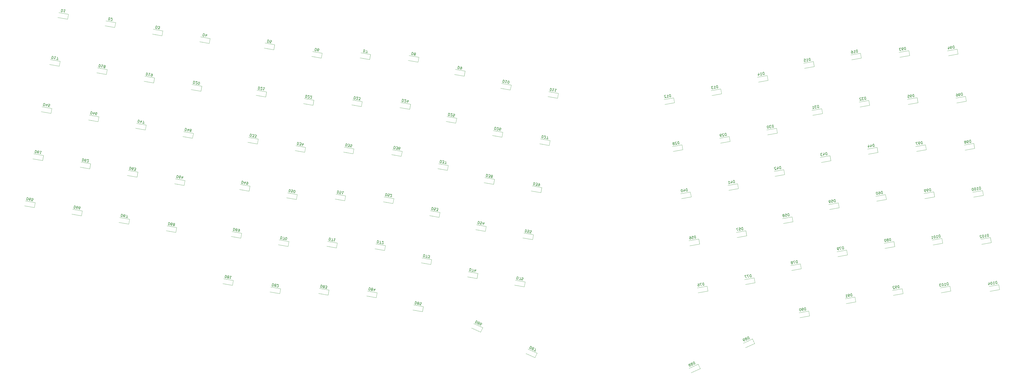
<source format=gbr>
%TF.GenerationSoftware,KiCad,Pcbnew,(6.0.4)*%
%TF.CreationDate,2022-12-23T13:32:17-05:00*%
%TF.ProjectId,atreuskeypad,61747265-7573-46b6-9579-7061642e6b69,rev?*%
%TF.SameCoordinates,Original*%
%TF.FileFunction,Legend,Bot*%
%TF.FilePolarity,Positive*%
%FSLAX46Y46*%
G04 Gerber Fmt 4.6, Leading zero omitted, Abs format (unit mm)*
G04 Created by KiCad (PCBNEW (6.0.4)) date 2022-12-23 13:32:17*
%MOMM*%
%LPD*%
G01*
G04 APERTURE LIST*
%ADD10C,0.150000*%
%ADD11C,0.120000*%
G04 APERTURE END LIST*
D10*
%TO.C,D58*%
X231233380Y-117842706D02*
X231059731Y-116857899D01*
X230825253Y-116899243D01*
X230692836Y-116970946D01*
X230615582Y-117081275D01*
X230585225Y-117183335D01*
X230571405Y-117379187D01*
X230596212Y-117519873D01*
X230676183Y-117699187D01*
X230739617Y-117784709D01*
X230849946Y-117861962D01*
X230998902Y-117884051D01*
X231233380Y-117842706D01*
X229605968Y-117114236D02*
X230074924Y-117031547D01*
X230204509Y-117492234D01*
X230149344Y-117453607D01*
X230047284Y-117423249D01*
X229812806Y-117464594D01*
X229727284Y-117528028D01*
X229688657Y-117583192D01*
X229658300Y-117685253D01*
X229699644Y-117919731D01*
X229763078Y-118005253D01*
X229818242Y-118043879D01*
X229920303Y-118074237D01*
X230154781Y-118032892D01*
X230240303Y-117969459D01*
X230278930Y-117914294D01*
X229070745Y-117643793D02*
X229156268Y-117580360D01*
X229194894Y-117525195D01*
X229225252Y-117423135D01*
X229216983Y-117376239D01*
X229153549Y-117290717D01*
X229098385Y-117252090D01*
X228996325Y-117221733D01*
X228808742Y-117254809D01*
X228723220Y-117318242D01*
X228684593Y-117373407D01*
X228654236Y-117475467D01*
X228662505Y-117522363D01*
X228725938Y-117607885D01*
X228781103Y-117646511D01*
X228883163Y-117676869D01*
X229070745Y-117643793D01*
X229172806Y-117674151D01*
X229227970Y-117712778D01*
X229291404Y-117798300D01*
X229324479Y-117985882D01*
X229294122Y-118087942D01*
X229255495Y-118143107D01*
X229169973Y-118206541D01*
X228982390Y-118239616D01*
X228880330Y-118209259D01*
X228825166Y-118170632D01*
X228761732Y-118085110D01*
X228728656Y-117897527D01*
X228759014Y-117795467D01*
X228797641Y-117740303D01*
X228883163Y-117676869D01*
%TO.C,D80*%
X271665593Y-127736028D02*
X271491944Y-126751221D01*
X271257466Y-126792565D01*
X271125049Y-126864268D01*
X271047795Y-126974597D01*
X271017438Y-127076657D01*
X271003618Y-127272509D01*
X271028425Y-127413195D01*
X271108396Y-127592509D01*
X271171830Y-127678031D01*
X271282159Y-127755284D01*
X271431115Y-127777373D01*
X271665593Y-127736028D01*
X270440871Y-127371736D02*
X270526393Y-127308303D01*
X270565019Y-127253138D01*
X270595377Y-127151078D01*
X270587108Y-127104182D01*
X270523675Y-127018660D01*
X270468510Y-126980033D01*
X270366450Y-126949676D01*
X270178867Y-126982751D01*
X270093345Y-127046185D01*
X270054719Y-127101350D01*
X270024361Y-127203410D01*
X270032630Y-127250305D01*
X270096063Y-127335828D01*
X270151228Y-127374454D01*
X270253288Y-127404812D01*
X270440871Y-127371736D01*
X270542931Y-127402094D01*
X270598095Y-127440720D01*
X270661529Y-127526243D01*
X270694605Y-127713825D01*
X270664247Y-127815885D01*
X270625620Y-127871050D01*
X270540098Y-127934483D01*
X270352516Y-127967559D01*
X270250455Y-127937201D01*
X270195291Y-127898575D01*
X270131857Y-127813053D01*
X270098781Y-127625470D01*
X270129139Y-127523410D01*
X270167766Y-127468245D01*
X270253288Y-127404812D01*
X269381642Y-127123324D02*
X269287851Y-127139862D01*
X269202329Y-127203295D01*
X269163702Y-127258460D01*
X269133344Y-127360520D01*
X269119525Y-127556371D01*
X269160869Y-127790849D01*
X269240841Y-127970163D01*
X269304274Y-128055685D01*
X269359439Y-128094312D01*
X269461499Y-128124669D01*
X269555290Y-128108132D01*
X269640813Y-128044698D01*
X269679439Y-127989533D01*
X269709797Y-127887473D01*
X269723617Y-127691622D01*
X269682272Y-127457144D01*
X269602300Y-127277830D01*
X269538867Y-127192308D01*
X269483702Y-127153681D01*
X269381642Y-127123324D01*
%TO.C,D39*%
X129702544Y-104548331D02*
X129528895Y-105533138D01*
X129763374Y-105574483D01*
X129912329Y-105552395D01*
X130022658Y-105475141D01*
X130086092Y-105389619D01*
X130166063Y-105210306D01*
X130190870Y-105069619D01*
X130177051Y-104873767D01*
X130146693Y-104771707D01*
X130069440Y-104661378D01*
X129937022Y-104589676D01*
X129702544Y-104548331D01*
X130419912Y-105690249D02*
X131029555Y-105797745D01*
X130767437Y-105364698D01*
X130908124Y-105389505D01*
X131010184Y-105359147D01*
X131065349Y-105320520D01*
X131128782Y-105234998D01*
X131170127Y-105000520D01*
X131139770Y-104898460D01*
X131101143Y-104843295D01*
X131015621Y-104779862D01*
X130734247Y-104730248D01*
X130632187Y-104760606D01*
X130577022Y-104799232D01*
X131672159Y-104895627D02*
X131859742Y-104928703D01*
X131945264Y-104992136D01*
X131983890Y-105047301D01*
X132052875Y-105204526D01*
X132066695Y-105400377D01*
X132000543Y-105775542D01*
X131937109Y-105861064D01*
X131881945Y-105899691D01*
X131779885Y-105930049D01*
X131592302Y-105896973D01*
X131506780Y-105833539D01*
X131468153Y-105778375D01*
X131437796Y-105676314D01*
X131479140Y-105441836D01*
X131542574Y-105356314D01*
X131597739Y-105317688D01*
X131699799Y-105287330D01*
X131887381Y-105320406D01*
X131972903Y-105383839D01*
X132011530Y-105439004D01*
X132041888Y-105541064D01*
%TO.C,D55*%
X126394546Y-123308919D02*
X126220897Y-124293726D01*
X126455376Y-124335071D01*
X126604331Y-124312983D01*
X126714660Y-124235729D01*
X126778094Y-124150207D01*
X126858065Y-123970894D01*
X126882872Y-123830207D01*
X126869053Y-123634355D01*
X126838695Y-123532295D01*
X126761442Y-123421966D01*
X126629024Y-123350264D01*
X126394546Y-123308919D01*
X127674661Y-124550064D02*
X127205705Y-124467375D01*
X127241499Y-123990150D01*
X127280126Y-124045314D01*
X127365648Y-124108748D01*
X127600126Y-124150093D01*
X127702186Y-124119735D01*
X127757351Y-124081108D01*
X127820784Y-123995586D01*
X127862129Y-123761108D01*
X127831772Y-123659048D01*
X127793145Y-123603883D01*
X127707623Y-123540450D01*
X127473145Y-123499105D01*
X127371084Y-123529463D01*
X127315920Y-123568089D01*
X128612573Y-124715443D02*
X128143617Y-124632754D01*
X128179411Y-124155529D01*
X128218038Y-124210693D01*
X128303560Y-124274127D01*
X128538038Y-124315472D01*
X128640098Y-124285114D01*
X128695263Y-124246487D01*
X128758697Y-124160965D01*
X128800041Y-123926487D01*
X128769684Y-123824427D01*
X128731057Y-123769262D01*
X128645535Y-123705829D01*
X128411057Y-123664484D01*
X128308997Y-123694842D01*
X128253832Y-123733468D01*
%TO.C,D88*%
X193853775Y-176815095D02*
X193431156Y-175908787D01*
X193215369Y-176009410D01*
X193106021Y-176112942D01*
X193059955Y-176239506D01*
X193057047Y-176345946D01*
X193094388Y-176538701D01*
X193154762Y-176668173D01*
X193278419Y-176820678D01*
X193361825Y-176886869D01*
X193488390Y-176932934D01*
X193637987Y-176915718D01*
X193853775Y-176815095D01*
X192576498Y-176780197D02*
X192642688Y-176696790D01*
X192665721Y-176633508D01*
X192668629Y-176527068D01*
X192648505Y-176483910D01*
X192565098Y-176417720D01*
X192501816Y-176394687D01*
X192395376Y-176391779D01*
X192222746Y-176472278D01*
X192156556Y-176555685D01*
X192133523Y-176618967D01*
X192130615Y-176725407D01*
X192150739Y-176768564D01*
X192234146Y-176834754D01*
X192297428Y-176857787D01*
X192403868Y-176860695D01*
X192576498Y-176780197D01*
X192682938Y-176783105D01*
X192746220Y-176806138D01*
X192829627Y-176872328D01*
X192910126Y-177044958D01*
X192907217Y-177151398D01*
X192884185Y-177214680D01*
X192817994Y-177298087D01*
X192645364Y-177378586D01*
X192538924Y-177375677D01*
X192475642Y-177352645D01*
X192392235Y-177286454D01*
X192311737Y-177113824D01*
X192314645Y-177007384D01*
X192337678Y-176944102D01*
X192403868Y-176860695D01*
X191713348Y-177182690D02*
X191779538Y-177099283D01*
X191802571Y-177036001D01*
X191805479Y-176929562D01*
X191785354Y-176886404D01*
X191701948Y-176820214D01*
X191638665Y-176797181D01*
X191532226Y-176794273D01*
X191359596Y-176874771D01*
X191293405Y-176958178D01*
X191270372Y-177021460D01*
X191267464Y-177127900D01*
X191287589Y-177171058D01*
X191370996Y-177237248D01*
X191434278Y-177260281D01*
X191540718Y-177263189D01*
X191713348Y-177182690D01*
X191819788Y-177185598D01*
X191883070Y-177208631D01*
X191966477Y-177274822D01*
X192046975Y-177447452D01*
X192044067Y-177553891D01*
X192021034Y-177617174D01*
X191954844Y-177700580D01*
X191782214Y-177781079D01*
X191675774Y-177778171D01*
X191612492Y-177755138D01*
X191529085Y-177688948D01*
X191448586Y-177516318D01*
X191451495Y-177409878D01*
X191474527Y-177346596D01*
X191540718Y-177263189D01*
%TO.C,D6*%
X42896344Y-51070138D02*
X42722696Y-52054946D01*
X42957174Y-52096291D01*
X43106129Y-52074202D01*
X43216458Y-51996949D01*
X43279892Y-51911427D01*
X43359863Y-51732113D01*
X43384670Y-51591426D01*
X43370851Y-51395575D01*
X43340493Y-51293515D01*
X43263240Y-51183186D01*
X43130822Y-51111483D01*
X42896344Y-51070138D01*
X44129564Y-52303015D02*
X43941981Y-52269939D01*
X43856459Y-52206506D01*
X43817832Y-52151341D01*
X43748848Y-51994116D01*
X43735028Y-51798265D01*
X43801180Y-51423100D01*
X43864614Y-51337578D01*
X43919778Y-51298951D01*
X44021838Y-51268593D01*
X44209421Y-51301669D01*
X44294943Y-51365103D01*
X44333570Y-51420267D01*
X44363927Y-51522328D01*
X44322583Y-51756806D01*
X44259149Y-51842328D01*
X44203984Y-51880954D01*
X44101924Y-51911312D01*
X43914342Y-51878236D01*
X43828820Y-51814803D01*
X43790193Y-51759638D01*
X43759835Y-51657578D01*
%TO.C,D44*%
X265049598Y-90214852D02*
X264875949Y-89230045D01*
X264641471Y-89271389D01*
X264509054Y-89343092D01*
X264431800Y-89453421D01*
X264401443Y-89555481D01*
X264387623Y-89751333D01*
X264412430Y-89892019D01*
X264492401Y-90071333D01*
X264555835Y-90156855D01*
X264666164Y-90234108D01*
X264815120Y-90256197D01*
X265049598Y-90214852D01*
X263526964Y-89806383D02*
X263642729Y-90462921D01*
X263695290Y-89389873D02*
X264053803Y-90051962D01*
X263444160Y-90159459D01*
X262589052Y-89971762D02*
X262704817Y-90628300D01*
X262757378Y-89555252D02*
X263115891Y-90217341D01*
X262506248Y-90324838D01*
%TO.C,D11*%
X136318539Y-67027156D02*
X136144890Y-68011963D01*
X136379369Y-68053308D01*
X136528324Y-68031220D01*
X136638653Y-67953966D01*
X136702087Y-67868444D01*
X136782058Y-67689131D01*
X136806865Y-67548444D01*
X136793046Y-67352592D01*
X136762688Y-67250532D01*
X136685435Y-67140203D01*
X136553017Y-67068501D01*
X136318539Y-67027156D01*
X137819198Y-67291762D02*
X137256451Y-67192535D01*
X137537824Y-67242149D02*
X137364176Y-68226956D01*
X137295192Y-68069732D01*
X137217939Y-67959403D01*
X137132416Y-67895969D01*
X138757110Y-67457142D02*
X138194363Y-67357914D01*
X138475737Y-67407528D02*
X138302088Y-68392336D01*
X138233104Y-68235111D01*
X138155851Y-68124782D01*
X138070329Y-68061348D01*
%TO.C,D45*%
X-65043981Y-72995192D02*
X-65217630Y-73979999D01*
X-64983151Y-74021344D01*
X-64834196Y-73999256D01*
X-64723867Y-73922002D01*
X-64660433Y-73836480D01*
X-64580462Y-73657167D01*
X-64555655Y-73516480D01*
X-64569474Y-73320628D01*
X-64599832Y-73218568D01*
X-64677085Y-73108239D01*
X-64809503Y-73036537D01*
X-65043981Y-72995192D01*
X-63752879Y-73899799D02*
X-63637113Y-73243261D01*
X-64053508Y-74233619D02*
X-64163952Y-73488840D01*
X-63554309Y-73596337D01*
X-62825954Y-74401716D02*
X-63294910Y-74319027D01*
X-63259116Y-73841802D01*
X-63220489Y-73896966D01*
X-63134967Y-73960400D01*
X-62900489Y-74001745D01*
X-62798429Y-73971387D01*
X-62743264Y-73932760D01*
X-62679830Y-73847238D01*
X-62638486Y-73612760D01*
X-62668843Y-73510700D01*
X-62707470Y-73455535D01*
X-62792992Y-73392102D01*
X-63027470Y-73350757D01*
X-63129530Y-73381115D01*
X-63184695Y-73419741D01*
%TO.C,D46*%
X-46283394Y-76303190D02*
X-46457043Y-77287997D01*
X-46222564Y-77329342D01*
X-46073609Y-77307254D01*
X-45963280Y-77230000D01*
X-45899846Y-77144478D01*
X-45819875Y-76965165D01*
X-45795068Y-76824478D01*
X-45808887Y-76628626D01*
X-45839245Y-76526566D01*
X-45916498Y-76416237D01*
X-46048916Y-76344535D01*
X-46283394Y-76303190D01*
X-44992292Y-77207797D02*
X-44876526Y-76551259D01*
X-45292921Y-77541617D02*
X-45403365Y-76796838D01*
X-44793722Y-76904335D01*
X-44112262Y-77701446D02*
X-44299845Y-77668370D01*
X-44385367Y-77604936D01*
X-44423994Y-77549772D01*
X-44492978Y-77392547D01*
X-44506798Y-77196695D01*
X-44440646Y-76821531D01*
X-44377212Y-76736008D01*
X-44322048Y-76697382D01*
X-44219988Y-76667024D01*
X-44032405Y-76700100D01*
X-43946883Y-76763533D01*
X-43908256Y-76818698D01*
X-43877899Y-76920758D01*
X-43919243Y-77155236D01*
X-43982677Y-77240758D01*
X-44037842Y-77279385D01*
X-44139902Y-77309743D01*
X-44327484Y-77276667D01*
X-44413006Y-77213233D01*
X-44451633Y-77158069D01*
X-44481991Y-77056009D01*
%TO.C,D52*%
X70906702Y-108882384D02*
X70733053Y-109867191D01*
X70967532Y-109908536D01*
X71116487Y-109886448D01*
X71226816Y-109809194D01*
X71290250Y-109723672D01*
X71370221Y-109544359D01*
X71395028Y-109403672D01*
X71381209Y-109207820D01*
X71350851Y-109105760D01*
X71273598Y-108995431D01*
X71141180Y-108923729D01*
X70906702Y-108882384D01*
X72186817Y-110123529D02*
X71717861Y-110040840D01*
X71753655Y-109563615D01*
X71792282Y-109618779D01*
X71877804Y-109682213D01*
X72112282Y-109723558D01*
X72214342Y-109693200D01*
X72269507Y-109654573D01*
X72332940Y-109569051D01*
X72374285Y-109334573D01*
X72343928Y-109232513D01*
X72305301Y-109177348D01*
X72219779Y-109113915D01*
X71985301Y-109072570D01*
X71883240Y-109102928D01*
X71828076Y-109141554D01*
X72625416Y-110104159D02*
X72664042Y-110159323D01*
X72749565Y-110222757D01*
X72984043Y-110264102D01*
X73086103Y-110233744D01*
X73141267Y-110195117D01*
X73204701Y-110109595D01*
X73221239Y-110015804D01*
X73199150Y-109866848D01*
X72735630Y-109204873D01*
X73345273Y-109312370D01*
%TO.C,D99*%
X287515143Y-107918713D02*
X287341494Y-106933906D01*
X287107016Y-106975250D01*
X286974599Y-107046953D01*
X286897345Y-107157282D01*
X286866988Y-107259342D01*
X286853168Y-107455194D01*
X286877975Y-107595880D01*
X286957946Y-107775194D01*
X287021380Y-107860716D01*
X287131709Y-107937969D01*
X287280665Y-107960058D01*
X287515143Y-107918713D01*
X286483439Y-108100630D02*
X286295857Y-108133706D01*
X286193797Y-108103349D01*
X286138632Y-108064722D01*
X286020034Y-107940573D01*
X285940063Y-107761260D01*
X285873911Y-107386095D01*
X285904269Y-107284035D01*
X285942895Y-107228870D01*
X286028417Y-107165436D01*
X286216000Y-107132361D01*
X286318060Y-107162718D01*
X286373225Y-107201345D01*
X286436658Y-107286867D01*
X286478003Y-107521345D01*
X286447645Y-107623405D01*
X286409019Y-107678570D01*
X286323496Y-107742003D01*
X286135914Y-107775079D01*
X286033854Y-107744722D01*
X285978689Y-107706095D01*
X285915256Y-107620573D01*
X285545527Y-108266010D02*
X285357945Y-108299085D01*
X285255885Y-108268728D01*
X285200720Y-108230101D01*
X285082122Y-108105952D01*
X285002150Y-107926639D01*
X284935999Y-107551474D01*
X284966356Y-107449414D01*
X285004983Y-107394249D01*
X285090505Y-107330816D01*
X285278088Y-107297740D01*
X285380148Y-107328097D01*
X285435312Y-107366724D01*
X285498746Y-107452246D01*
X285540091Y-107686724D01*
X285509733Y-107788785D01*
X285471106Y-107843949D01*
X285385584Y-107907383D01*
X285198002Y-107940459D01*
X285095942Y-107910101D01*
X285040777Y-107871474D01*
X284977344Y-107785952D01*
%TO.C,D103*%
X294474039Y-145379426D02*
X294300391Y-144394618D01*
X294065912Y-144435963D01*
X293933495Y-144507665D01*
X293856241Y-144617994D01*
X293825884Y-144720055D01*
X293812064Y-144915906D01*
X293836871Y-145056593D01*
X293916842Y-145235906D01*
X293980276Y-145321428D01*
X294090605Y-145398682D01*
X294239561Y-145420770D01*
X294474039Y-145379426D01*
X292973379Y-145644032D02*
X293536127Y-145544805D01*
X293254753Y-145594419D02*
X293081105Y-144609611D01*
X293199703Y-144733760D01*
X293310032Y-144811013D01*
X293412092Y-144841371D01*
X292190088Y-144766721D02*
X292096297Y-144783259D01*
X292010775Y-144846693D01*
X291972148Y-144901857D01*
X291941790Y-145003917D01*
X291927971Y-145199769D01*
X291969315Y-145434247D01*
X292049287Y-145613560D01*
X292112720Y-145699082D01*
X292167885Y-145737709D01*
X292269945Y-145768067D01*
X292363736Y-145751529D01*
X292449259Y-145688095D01*
X292487885Y-145632931D01*
X292518243Y-145530871D01*
X292532063Y-145335019D01*
X292490718Y-145100541D01*
X292410746Y-144921228D01*
X292347313Y-144835705D01*
X292292148Y-144797079D01*
X292190088Y-144766721D01*
X291533550Y-144882487D02*
X290923907Y-144989983D01*
X291318328Y-145307265D01*
X291177641Y-145332072D01*
X291092119Y-145395506D01*
X291053492Y-145450670D01*
X291023134Y-145552730D01*
X291064479Y-145787208D01*
X291127913Y-145872731D01*
X291183077Y-145911357D01*
X291285137Y-145941715D01*
X291566511Y-145892101D01*
X291652033Y-145828668D01*
X291690660Y-145773503D01*
%TO.C,D50*%
X32503394Y-107269212D02*
X32329745Y-108254019D01*
X32564224Y-108295364D01*
X32713179Y-108273276D01*
X32823508Y-108196022D01*
X32886942Y-108110500D01*
X32966913Y-107931187D01*
X32991720Y-107790500D01*
X32977901Y-107594648D01*
X32947543Y-107492588D01*
X32870290Y-107382259D01*
X32737872Y-107310557D01*
X32503394Y-107269212D01*
X33783509Y-108510357D02*
X33314553Y-108427668D01*
X33350347Y-107950443D01*
X33388974Y-108005607D01*
X33474496Y-108069041D01*
X33708974Y-108110386D01*
X33811034Y-108080028D01*
X33866199Y-108041401D01*
X33929632Y-107955879D01*
X33970977Y-107721401D01*
X33940620Y-107619341D01*
X33901993Y-107564176D01*
X33816471Y-107500743D01*
X33581993Y-107459398D01*
X33479932Y-107489756D01*
X33424768Y-107528382D01*
X34440048Y-108626123D02*
X34533839Y-108642661D01*
X34635899Y-108612303D01*
X34691064Y-108573676D01*
X34754497Y-108488154D01*
X34834469Y-108308841D01*
X34875814Y-108074363D01*
X34861994Y-107878511D01*
X34831636Y-107776451D01*
X34793009Y-107721286D01*
X34707487Y-107657853D01*
X34613696Y-107641315D01*
X34511636Y-107671673D01*
X34456471Y-107710299D01*
X34393038Y-107795822D01*
X34313066Y-107975135D01*
X34271721Y-108209613D01*
X34285541Y-108405464D01*
X34315899Y-108507525D01*
X34354526Y-108562689D01*
X34440048Y-108626123D01*
%TO.C,D60*%
X268357596Y-108975440D02*
X268183947Y-107990633D01*
X267949469Y-108031977D01*
X267817052Y-108103680D01*
X267739798Y-108214009D01*
X267709441Y-108316069D01*
X267695621Y-108511921D01*
X267720428Y-108652607D01*
X267800399Y-108831921D01*
X267863833Y-108917443D01*
X267974162Y-108994696D01*
X268123118Y-109016785D01*
X268357596Y-108975440D01*
X266777079Y-108238701D02*
X266964662Y-108205625D01*
X267066722Y-108235983D01*
X267121886Y-108274610D01*
X267240484Y-108398759D01*
X267320456Y-108578072D01*
X267386608Y-108953237D01*
X267356250Y-109055297D01*
X267317623Y-109110462D01*
X267232101Y-109173895D01*
X267044519Y-109206971D01*
X266942458Y-109176613D01*
X266887294Y-109137987D01*
X266823860Y-109052465D01*
X266782516Y-108817987D01*
X266812873Y-108715926D01*
X266851500Y-108660762D01*
X266937022Y-108597328D01*
X267124605Y-108564252D01*
X267226665Y-108594610D01*
X267281829Y-108633237D01*
X267345263Y-108718759D01*
X266073645Y-108362736D02*
X265979854Y-108379274D01*
X265894332Y-108442707D01*
X265855705Y-108497872D01*
X265825347Y-108599932D01*
X265811528Y-108795783D01*
X265852872Y-109030261D01*
X265932844Y-109209575D01*
X265996277Y-109295097D01*
X266051442Y-109333724D01*
X266153502Y-109364081D01*
X266247293Y-109347544D01*
X266332816Y-109284110D01*
X266371442Y-109228945D01*
X266401800Y-109126885D01*
X266415620Y-108931034D01*
X266374275Y-108696556D01*
X266294303Y-108517242D01*
X266230870Y-108431720D01*
X266175705Y-108393093D01*
X266073645Y-108362736D01*
%TO.C,D31*%
X242981012Y-74762262D02*
X242807363Y-73777455D01*
X242572885Y-73818799D01*
X242440468Y-73890502D01*
X242363214Y-74000831D01*
X242332857Y-74102891D01*
X242319037Y-74298743D01*
X242343844Y-74439429D01*
X242423815Y-74618743D01*
X242487249Y-74704265D01*
X242597578Y-74781518D01*
X242746534Y-74803607D01*
X242981012Y-74762262D01*
X241916347Y-73934565D02*
X241306704Y-74042061D01*
X241701125Y-74359343D01*
X241560438Y-74384150D01*
X241474916Y-74447584D01*
X241436289Y-74502748D01*
X241405932Y-74604809D01*
X241447276Y-74839287D01*
X241510710Y-74924809D01*
X241565874Y-74963435D01*
X241667935Y-74993793D01*
X241949308Y-74944179D01*
X242034831Y-74880746D01*
X242073457Y-74825581D01*
X240542440Y-75192248D02*
X241105187Y-75093021D01*
X240823814Y-75142634D02*
X240650166Y-74157827D01*
X240768764Y-74281976D01*
X240879093Y-74359229D01*
X240981153Y-74389587D01*
%TO.C,D16*%
X258433602Y-52693677D02*
X258259953Y-51708870D01*
X258025475Y-51750214D01*
X257893058Y-51821917D01*
X257815804Y-51932246D01*
X257785447Y-52034306D01*
X257771627Y-52230158D01*
X257796434Y-52370844D01*
X257876405Y-52550158D01*
X257939839Y-52635680D01*
X258050168Y-52712933D01*
X258199124Y-52735022D01*
X258433602Y-52693677D01*
X256932942Y-52958284D02*
X257495689Y-52859056D01*
X257214316Y-52908670D02*
X257040668Y-51923862D01*
X257159266Y-52048011D01*
X257269595Y-52125265D01*
X257371655Y-52155622D01*
X255915173Y-52122318D02*
X256102756Y-52089242D01*
X256204816Y-52119599D01*
X256259980Y-52158226D01*
X256378578Y-52282375D01*
X256458550Y-52461688D01*
X256524701Y-52836853D01*
X256494344Y-52938913D01*
X256455717Y-52994078D01*
X256370195Y-53057512D01*
X256182612Y-53090587D01*
X256080552Y-53060230D01*
X256025388Y-53021603D01*
X255961954Y-52936081D01*
X255920609Y-52701603D01*
X255950967Y-52599543D01*
X255989594Y-52544378D01*
X256075116Y-52480944D01*
X256262698Y-52447869D01*
X256364759Y-52478226D01*
X256419923Y-52516853D01*
X256483357Y-52602375D01*
%TO.C,D42*%
X227925382Y-99082118D02*
X227751733Y-98097311D01*
X227517255Y-98138655D01*
X227384838Y-98210358D01*
X227307584Y-98320687D01*
X227277227Y-98422747D01*
X227263407Y-98618599D01*
X227288214Y-98759285D01*
X227368185Y-98938599D01*
X227431619Y-99024121D01*
X227541948Y-99101374D01*
X227690904Y-99123463D01*
X227925382Y-99082118D01*
X226402748Y-98673649D02*
X226518513Y-99330187D01*
X226571074Y-98257139D02*
X226929587Y-98919228D01*
X226319944Y-99026725D01*
X225892447Y-98521860D02*
X225837282Y-98483234D01*
X225735222Y-98452876D01*
X225500744Y-98494221D01*
X225415222Y-98557654D01*
X225376595Y-98612819D01*
X225346238Y-98714879D01*
X225362776Y-98808670D01*
X225434478Y-98941088D01*
X226096453Y-99404608D01*
X225486810Y-99512104D01*
%TO.C,D97*%
X284207145Y-89158125D02*
X284033496Y-88173318D01*
X283799018Y-88214662D01*
X283666601Y-88286365D01*
X283589347Y-88396694D01*
X283558990Y-88498754D01*
X283545170Y-88694606D01*
X283569977Y-88835292D01*
X283649948Y-89014606D01*
X283713382Y-89100128D01*
X283823711Y-89177381D01*
X283972667Y-89199470D01*
X284207145Y-89158125D01*
X283175441Y-89340042D02*
X282987859Y-89373118D01*
X282885799Y-89342761D01*
X282830634Y-89304134D01*
X282712036Y-89179985D01*
X282632065Y-89000672D01*
X282565913Y-88625507D01*
X282596271Y-88523447D01*
X282634897Y-88468282D01*
X282720419Y-88404848D01*
X282908002Y-88371773D01*
X283010062Y-88402130D01*
X283065227Y-88440757D01*
X283128660Y-88526279D01*
X283170005Y-88760757D01*
X283139647Y-88862817D01*
X283101021Y-88917982D01*
X283015498Y-88981415D01*
X282827916Y-89014491D01*
X282725856Y-88984134D01*
X282670691Y-88945507D01*
X282607258Y-88859985D01*
X282204568Y-88495807D02*
X281548029Y-88611572D01*
X282143738Y-89521960D01*
%TO.C,D76*%
X197417162Y-145470560D02*
X197243513Y-144485753D01*
X197009035Y-144527097D01*
X196876618Y-144598800D01*
X196799364Y-144709129D01*
X196769007Y-144811189D01*
X196755187Y-145007041D01*
X196779994Y-145147727D01*
X196859965Y-145327041D01*
X196923399Y-145412563D01*
X197033728Y-145489816D01*
X197182684Y-145511905D01*
X197417162Y-145470560D01*
X196352497Y-144642863D02*
X195695958Y-144758628D01*
X196291667Y-145669015D01*
X194898733Y-144899201D02*
X195086316Y-144866125D01*
X195188376Y-144896482D01*
X195243540Y-144935109D01*
X195362138Y-145059258D01*
X195442110Y-145238571D01*
X195508261Y-145613736D01*
X195477904Y-145715796D01*
X195439277Y-145770961D01*
X195353755Y-145834395D01*
X195166172Y-145867470D01*
X195064112Y-145837113D01*
X195008948Y-145798486D01*
X194945514Y-145712964D01*
X194904169Y-145478486D01*
X194934527Y-145376426D01*
X194973154Y-145321261D01*
X195058676Y-145257827D01*
X195246258Y-145224752D01*
X195348319Y-145255109D01*
X195403483Y-145293736D01*
X195466917Y-145379258D01*
%TO.C,D10*%
X117557952Y-63719158D02*
X117384303Y-64703965D01*
X117618782Y-64745310D01*
X117767737Y-64723222D01*
X117878066Y-64645968D01*
X117941500Y-64560446D01*
X118021471Y-64381133D01*
X118046278Y-64240446D01*
X118032459Y-64044594D01*
X118002101Y-63942534D01*
X117924848Y-63832205D01*
X117792430Y-63760503D01*
X117557952Y-63719158D01*
X119058611Y-63983764D02*
X118495864Y-63884537D01*
X118777237Y-63934151D02*
X118603589Y-64918958D01*
X118534605Y-64761734D01*
X118457352Y-64651405D01*
X118371829Y-64587971D01*
X119494606Y-65076069D02*
X119588397Y-65092607D01*
X119690457Y-65062249D01*
X119745622Y-65023622D01*
X119809055Y-64938100D01*
X119889027Y-64758787D01*
X119930372Y-64524309D01*
X119916552Y-64328457D01*
X119886194Y-64226397D01*
X119847567Y-64171232D01*
X119762045Y-64107799D01*
X119668254Y-64091261D01*
X119566194Y-64121619D01*
X119511029Y-64160245D01*
X119447596Y-64245768D01*
X119367624Y-64425081D01*
X119326279Y-64659559D01*
X119340099Y-64855410D01*
X119370457Y-64957471D01*
X119409084Y-65012635D01*
X119494606Y-65076069D01*
%TO.C,D27*%
X133010541Y-85787743D02*
X132836892Y-86772550D01*
X133071371Y-86813895D01*
X133220326Y-86791807D01*
X133330655Y-86714553D01*
X133394089Y-86629031D01*
X133474060Y-86449718D01*
X133498867Y-86309031D01*
X133485048Y-86113179D01*
X133454690Y-86011119D01*
X133377437Y-85900790D01*
X133245019Y-85829088D01*
X133010541Y-85787743D01*
X133791343Y-86844138D02*
X133829969Y-86899303D01*
X133915491Y-86962737D01*
X134149969Y-87004081D01*
X134252030Y-86973724D01*
X134307194Y-86935097D01*
X134370628Y-86849575D01*
X134387166Y-86755784D01*
X134365077Y-86606828D01*
X133901557Y-85944853D01*
X134511200Y-86052349D01*
X134665821Y-87095040D02*
X135322360Y-87210805D01*
X135073947Y-86151577D01*
%TO.C,D18*%
X-42975396Y-57542602D02*
X-43149045Y-58527409D01*
X-42914566Y-58568754D01*
X-42765611Y-58546666D01*
X-42655282Y-58469412D01*
X-42591848Y-58383890D01*
X-42511877Y-58204577D01*
X-42487070Y-58063890D01*
X-42500889Y-57868038D01*
X-42531247Y-57765978D01*
X-42608500Y-57655649D01*
X-42740918Y-57583947D01*
X-42975396Y-57542602D01*
X-41474737Y-57807208D02*
X-42037484Y-57707981D01*
X-41756111Y-57757595D02*
X-41929759Y-58742402D01*
X-41998743Y-58585178D01*
X-42075996Y-58474849D01*
X-42161519Y-58411415D01*
X-41011217Y-58469183D02*
X-41113277Y-58499541D01*
X-41168442Y-58538168D01*
X-41231875Y-58623690D01*
X-41240144Y-58670585D01*
X-41209787Y-58772646D01*
X-41171160Y-58827810D01*
X-41085638Y-58891244D01*
X-40898055Y-58924320D01*
X-40795995Y-58893962D01*
X-40740831Y-58855335D01*
X-40677397Y-58769813D01*
X-40669128Y-58722917D01*
X-40699486Y-58620857D01*
X-40738112Y-58565693D01*
X-40823635Y-58502259D01*
X-41011217Y-58469183D01*
X-41096739Y-58405750D01*
X-41135366Y-58350585D01*
X-41165724Y-58248525D01*
X-41132648Y-58060943D01*
X-41069214Y-57975420D01*
X-41014050Y-57936794D01*
X-40911990Y-57906436D01*
X-40724407Y-57939512D01*
X-40638885Y-58002945D01*
X-40600258Y-58058110D01*
X-40569901Y-58160170D01*
X-40602976Y-58347753D01*
X-40666410Y-58433275D01*
X-40721575Y-58471901D01*
X-40823635Y-58502259D01*
%TO.C,D4*%
X-1633160Y-45230558D02*
X-1806808Y-46215366D01*
X-1572330Y-46256711D01*
X-1423375Y-46234622D01*
X-1313046Y-46157369D01*
X-1249612Y-46071847D01*
X-1169641Y-45892533D01*
X-1144834Y-45751846D01*
X-1158653Y-45555995D01*
X-1189011Y-45453935D01*
X-1266264Y-45343606D01*
X-1398682Y-45271903D01*
X-1633160Y-45230558D01*
X-342058Y-46135166D02*
X-226292Y-45478627D01*
X-642687Y-46468986D02*
X-753131Y-45724207D01*
X-143488Y-45831703D01*
%TO.C,D54*%
X107633958Y-120000921D02*
X107460309Y-120985728D01*
X107694788Y-121027073D01*
X107843743Y-121004985D01*
X107954072Y-120927731D01*
X108017506Y-120842209D01*
X108097477Y-120662896D01*
X108122284Y-120522209D01*
X108108465Y-120326357D01*
X108078107Y-120224297D01*
X108000854Y-120113968D01*
X107868436Y-120042266D01*
X107633958Y-120000921D01*
X108914073Y-121242066D02*
X108445117Y-121159377D01*
X108480911Y-120682152D01*
X108519538Y-120737316D01*
X108605060Y-120800750D01*
X108839538Y-120842095D01*
X108941598Y-120811737D01*
X108996763Y-120773110D01*
X109060196Y-120687588D01*
X109101541Y-120453110D01*
X109071184Y-120351050D01*
X109032557Y-120295885D01*
X108947035Y-120232452D01*
X108712557Y-120191107D01*
X108610496Y-120221465D01*
X108555332Y-120260091D01*
X109862973Y-121070907D02*
X109978738Y-120414369D01*
X109562343Y-121404727D02*
X109451899Y-120659948D01*
X110061542Y-120767445D01*
%TO.C,D83*%
X45133159Y-145346832D02*
X44959510Y-146331639D01*
X45193989Y-146372984D01*
X45342944Y-146350896D01*
X45453273Y-146273642D01*
X45516707Y-146188120D01*
X45596678Y-146008807D01*
X45621485Y-145868120D01*
X45607666Y-145672268D01*
X45577308Y-145570208D01*
X45500055Y-145459879D01*
X45367637Y-145388177D01*
X45133159Y-145346832D01*
X46159426Y-146108034D02*
X46057366Y-146138392D01*
X46002201Y-146177018D01*
X45938767Y-146262541D01*
X45930498Y-146309436D01*
X45960856Y-146411496D01*
X45999483Y-146466661D01*
X46085005Y-146530095D01*
X46272587Y-146563170D01*
X46374648Y-146532813D01*
X46429812Y-146494186D01*
X46493246Y-146408664D01*
X46501515Y-146361768D01*
X46471157Y-146259708D01*
X46432530Y-146204543D01*
X46347008Y-146141110D01*
X46159426Y-146108034D01*
X46073903Y-146044601D01*
X46035277Y-145989436D01*
X46004919Y-145887376D01*
X46037995Y-145699793D01*
X46101428Y-145614271D01*
X46156593Y-145575644D01*
X46258653Y-145545287D01*
X46446236Y-145578363D01*
X46531758Y-145641796D01*
X46570385Y-145696961D01*
X46600742Y-145799021D01*
X46567666Y-145986603D01*
X46504233Y-146072126D01*
X46449068Y-146110752D01*
X46347008Y-146141110D01*
X46788439Y-146654129D02*
X47398082Y-146761625D01*
X47135964Y-146328578D01*
X47276651Y-146353385D01*
X47378711Y-146323027D01*
X47433876Y-146284400D01*
X47497310Y-146198878D01*
X47538654Y-145964400D01*
X47508297Y-145862340D01*
X47469670Y-145807175D01*
X47384148Y-145743742D01*
X47102774Y-145694128D01*
X47000714Y-145724486D01*
X46945549Y-145763112D01*
%TO.C,D82*%
X25887399Y-144790388D02*
X25713750Y-145775195D01*
X25948229Y-145816540D01*
X26097184Y-145794452D01*
X26207513Y-145717198D01*
X26270947Y-145631676D01*
X26350918Y-145452363D01*
X26375725Y-145311676D01*
X26361906Y-145115824D01*
X26331548Y-145013764D01*
X26254295Y-144903435D01*
X26121877Y-144831733D01*
X25887399Y-144790388D01*
X26913666Y-145551590D02*
X26811606Y-145581948D01*
X26756441Y-145620574D01*
X26693007Y-145706097D01*
X26684738Y-145752992D01*
X26715096Y-145855052D01*
X26753723Y-145910217D01*
X26839245Y-145973651D01*
X27026827Y-146006726D01*
X27128888Y-145976369D01*
X27184052Y-145937742D01*
X27247486Y-145852220D01*
X27255755Y-145805324D01*
X27225397Y-145703264D01*
X27186770Y-145648099D01*
X27101248Y-145584666D01*
X26913666Y-145551590D01*
X26828143Y-145488157D01*
X26789517Y-145432992D01*
X26759159Y-145330932D01*
X26792235Y-145143349D01*
X26855668Y-145057827D01*
X26910833Y-145019200D01*
X27012893Y-144988843D01*
X27200476Y-145021919D01*
X27285998Y-145085352D01*
X27324625Y-145140517D01*
X27354982Y-145242577D01*
X27321906Y-145430159D01*
X27258473Y-145515682D01*
X27203308Y-145554308D01*
X27101248Y-145584666D01*
X27606113Y-146012163D02*
X27644739Y-146067327D01*
X27730262Y-146130761D01*
X27964740Y-146172106D01*
X28066800Y-146141748D01*
X28121964Y-146103121D01*
X28185398Y-146017599D01*
X28201936Y-145923808D01*
X28179847Y-145774852D01*
X27716327Y-145112877D01*
X28325970Y-145220374D01*
%TO.C,D93*%
X277591150Y-51636950D02*
X277417501Y-50652143D01*
X277183023Y-50693487D01*
X277050606Y-50765190D01*
X276973352Y-50875519D01*
X276942995Y-50977579D01*
X276929175Y-51173431D01*
X276953982Y-51314117D01*
X277033953Y-51493431D01*
X277097387Y-51578953D01*
X277207716Y-51656206D01*
X277356672Y-51678295D01*
X277591150Y-51636950D01*
X276559446Y-51818867D02*
X276371864Y-51851943D01*
X276269804Y-51821586D01*
X276214639Y-51782959D01*
X276096041Y-51658810D01*
X276016070Y-51479497D01*
X275949918Y-51104332D01*
X275980276Y-51002272D01*
X276018902Y-50947107D01*
X276104424Y-50883673D01*
X276292007Y-50850598D01*
X276394067Y-50880955D01*
X276449232Y-50919582D01*
X276512665Y-51005104D01*
X276554010Y-51239582D01*
X276523652Y-51341642D01*
X276485026Y-51396807D01*
X276399503Y-51460240D01*
X276211921Y-51493316D01*
X276109861Y-51462959D01*
X276054696Y-51424332D01*
X275991263Y-51338810D01*
X275588573Y-50974632D02*
X274978930Y-51082128D01*
X275373351Y-51399411D01*
X275232664Y-51424217D01*
X275147142Y-51487651D01*
X275108515Y-51542816D01*
X275078157Y-51644876D01*
X275119502Y-51879354D01*
X275182936Y-51964876D01*
X275238100Y-52003503D01*
X275340160Y-52033860D01*
X275621534Y-51984247D01*
X275707056Y-51920813D01*
X275745683Y-51865649D01*
%TO.C,D73*%
X85962332Y-133202240D02*
X85788683Y-134187047D01*
X86023162Y-134228392D01*
X86172117Y-134206304D01*
X86282446Y-134129050D01*
X86345880Y-134043528D01*
X86425851Y-133864215D01*
X86450658Y-133723528D01*
X86436839Y-133527676D01*
X86406481Y-133425616D01*
X86329228Y-133315287D01*
X86196810Y-133243585D01*
X85962332Y-133202240D01*
X86679700Y-134344158D02*
X87336239Y-134459923D01*
X87087826Y-133400695D01*
X87617612Y-134509537D02*
X88227255Y-134617033D01*
X87965137Y-134183986D01*
X88105824Y-134208793D01*
X88207884Y-134178435D01*
X88263049Y-134139808D01*
X88326483Y-134054286D01*
X88367827Y-133819808D01*
X88337470Y-133717748D01*
X88298843Y-133662583D01*
X88213321Y-133599150D01*
X87931947Y-133549536D01*
X87829887Y-133579894D01*
X87774722Y-133618520D01*
%TO.C,D89*%
X215428813Y-166789202D02*
X215006194Y-165882894D01*
X214790407Y-165983517D01*
X214681059Y-166087049D01*
X214634993Y-166213613D01*
X214632085Y-166320053D01*
X214669426Y-166512808D01*
X214729800Y-166642280D01*
X214853457Y-166794785D01*
X214936863Y-166860976D01*
X215063428Y-166907041D01*
X215213025Y-166889825D01*
X215428813Y-166789202D01*
X214151536Y-166754304D02*
X214217726Y-166670897D01*
X214240759Y-166607615D01*
X214243667Y-166501175D01*
X214223543Y-166458017D01*
X214140136Y-166391827D01*
X214076854Y-166368794D01*
X213970414Y-166365886D01*
X213797784Y-166446385D01*
X213731594Y-166529792D01*
X213708561Y-166593074D01*
X213705653Y-166699514D01*
X213725777Y-166742671D01*
X213809184Y-166808861D01*
X213872466Y-166831894D01*
X213978906Y-166834802D01*
X214151536Y-166754304D01*
X214257976Y-166757212D01*
X214321258Y-166780245D01*
X214404665Y-166846435D01*
X214485164Y-167019065D01*
X214482255Y-167125505D01*
X214459223Y-167188787D01*
X214393032Y-167272194D01*
X214220402Y-167352693D01*
X214113962Y-167349784D01*
X214050680Y-167326752D01*
X213967273Y-167260561D01*
X213886775Y-167087931D01*
X213889683Y-166981491D01*
X213912716Y-166918209D01*
X213978906Y-166834802D01*
X213616197Y-167634438D02*
X213443567Y-167714937D01*
X213337127Y-167712029D01*
X213273845Y-167688996D01*
X213127156Y-167599773D01*
X213003500Y-167447267D01*
X212842502Y-167102007D01*
X212845410Y-166995567D01*
X212868443Y-166932285D01*
X212934634Y-166848878D01*
X213107264Y-166768380D01*
X213213703Y-166771288D01*
X213276986Y-166794321D01*
X213360392Y-166860511D01*
X213461016Y-167076299D01*
X213458108Y-167182738D01*
X213435075Y-167246020D01*
X213368885Y-167329427D01*
X213196254Y-167409926D01*
X213089815Y-167407018D01*
X213026533Y-167383985D01*
X212943126Y-167317795D01*
%TO.C,D13*%
X202901652Y-66870070D02*
X202728003Y-65885263D01*
X202493525Y-65926607D01*
X202361108Y-65998310D01*
X202283854Y-66108639D01*
X202253497Y-66210699D01*
X202239677Y-66406551D01*
X202264484Y-66547237D01*
X202344455Y-66726551D01*
X202407889Y-66812073D01*
X202518218Y-66889326D01*
X202667174Y-66911415D01*
X202901652Y-66870070D01*
X201400992Y-67134677D02*
X201963739Y-67035449D01*
X201682366Y-67085063D02*
X201508718Y-66100255D01*
X201627316Y-66224404D01*
X201737645Y-66301658D01*
X201839705Y-66332015D01*
X200899075Y-66207752D02*
X200289432Y-66315248D01*
X200683853Y-66632531D01*
X200543166Y-66657337D01*
X200457644Y-66720771D01*
X200419017Y-66775936D01*
X200388659Y-66877996D01*
X200430004Y-67112474D01*
X200493438Y-67197996D01*
X200548602Y-67236623D01*
X200650662Y-67266980D01*
X200932036Y-67217367D01*
X201017558Y-67153933D01*
X201056185Y-67098769D01*
%TO.C,D37*%
X92578328Y-95681065D02*
X92404679Y-96665872D01*
X92639158Y-96707217D01*
X92788113Y-96685129D01*
X92898442Y-96607875D01*
X92961876Y-96522353D01*
X93041847Y-96343040D01*
X93066654Y-96202353D01*
X93052835Y-96006501D01*
X93022477Y-95904441D01*
X92945224Y-95794112D01*
X92812806Y-95722410D01*
X92578328Y-95681065D01*
X93295696Y-96822983D02*
X93905339Y-96930479D01*
X93643221Y-96497432D01*
X93783908Y-96522239D01*
X93885968Y-96491881D01*
X93941133Y-96453254D01*
X94004566Y-96367732D01*
X94045911Y-96133254D01*
X94015554Y-96031194D01*
X93976927Y-95976029D01*
X93891405Y-95912596D01*
X93610031Y-95862982D01*
X93507971Y-95893340D01*
X93452806Y-95931966D01*
X94233608Y-96988362D02*
X94890147Y-97104127D01*
X94641734Y-96044899D01*
%TO.C,D98*%
X303452906Y-88601680D02*
X303279257Y-87616873D01*
X303044779Y-87658217D01*
X302912362Y-87729920D01*
X302835108Y-87840249D01*
X302804751Y-87942309D01*
X302790931Y-88138161D01*
X302815738Y-88278847D01*
X302895709Y-88458161D01*
X302959143Y-88543683D01*
X303069472Y-88620936D01*
X303218428Y-88643025D01*
X303452906Y-88601680D01*
X302421202Y-88783597D02*
X302233620Y-88816673D01*
X302131560Y-88786316D01*
X302076395Y-88747689D01*
X301957797Y-88623540D01*
X301877826Y-88444227D01*
X301811674Y-88069062D01*
X301842032Y-87967002D01*
X301880658Y-87911837D01*
X301966180Y-87848403D01*
X302153763Y-87815328D01*
X302255823Y-87845685D01*
X302310988Y-87884312D01*
X302374421Y-87969834D01*
X302415766Y-88204312D01*
X302385408Y-88306372D01*
X302346782Y-88361537D01*
X302261259Y-88424970D01*
X302073677Y-88458046D01*
X301971617Y-88427689D01*
X301916452Y-88389062D01*
X301853019Y-88303540D01*
X301290271Y-88402767D02*
X301375794Y-88339334D01*
X301414420Y-88284169D01*
X301444778Y-88182109D01*
X301436509Y-88135213D01*
X301373075Y-88049691D01*
X301317911Y-88011064D01*
X301215851Y-87980707D01*
X301028268Y-88013783D01*
X300942746Y-88077216D01*
X300904119Y-88132381D01*
X300873762Y-88234441D01*
X300882031Y-88281337D01*
X300945464Y-88366859D01*
X301000629Y-88405485D01*
X301102689Y-88435843D01*
X301290271Y-88402767D01*
X301392332Y-88433125D01*
X301447496Y-88471752D01*
X301510930Y-88557274D01*
X301544005Y-88744856D01*
X301513648Y-88846916D01*
X301475021Y-88902081D01*
X301389499Y-88965515D01*
X301201916Y-88998590D01*
X301099856Y-88968233D01*
X301044692Y-88929606D01*
X300981258Y-88844084D01*
X300948182Y-88656501D01*
X300978540Y-88554441D01*
X301017167Y-88499277D01*
X301102689Y-88435843D01*
%TO.C,D102*%
X310537858Y-126040166D02*
X310364210Y-125055358D01*
X310129731Y-125096703D01*
X309997314Y-125168405D01*
X309920060Y-125278734D01*
X309889703Y-125380795D01*
X309875883Y-125576646D01*
X309900690Y-125717333D01*
X309980661Y-125896646D01*
X310044095Y-125982168D01*
X310154424Y-126059422D01*
X310303380Y-126081510D01*
X310537858Y-126040166D01*
X309037198Y-126304772D02*
X309599946Y-126205545D01*
X309318572Y-126255159D02*
X309144924Y-125270351D01*
X309263522Y-125394500D01*
X309373851Y-125471753D01*
X309475911Y-125502111D01*
X308253907Y-125427461D02*
X308160116Y-125443999D01*
X308074594Y-125507433D01*
X308035967Y-125562597D01*
X308005609Y-125664657D01*
X307991790Y-125860509D01*
X308033134Y-126094987D01*
X308113106Y-126274300D01*
X308176539Y-126359822D01*
X308231704Y-126398449D01*
X308333764Y-126428807D01*
X308427555Y-126412269D01*
X308513078Y-126348835D01*
X308551704Y-126293671D01*
X308582062Y-126191611D01*
X308595882Y-125995759D01*
X308554537Y-125761281D01*
X308474565Y-125581968D01*
X308411132Y-125496445D01*
X308355967Y-125457819D01*
X308253907Y-125427461D01*
X307567011Y-125645287D02*
X307511846Y-125606660D01*
X307409786Y-125576302D01*
X307175308Y-125617647D01*
X307089786Y-125681081D01*
X307051159Y-125736245D01*
X307020802Y-125838306D01*
X307037340Y-125932097D01*
X307109042Y-126064515D01*
X307771017Y-126528034D01*
X307161374Y-126635531D01*
%TO.C,D69*%
X10434809Y-122721802D02*
X10261160Y-123706609D01*
X10495639Y-123747954D01*
X10644594Y-123725866D01*
X10754923Y-123648612D01*
X10818357Y-123563090D01*
X10898328Y-123383777D01*
X10923135Y-123243090D01*
X10909316Y-123047238D01*
X10878958Y-122945178D01*
X10801705Y-122834849D01*
X10669287Y-122763147D01*
X10434809Y-122721802D01*
X11668029Y-123954678D02*
X11480446Y-123921602D01*
X11394924Y-123858169D01*
X11356297Y-123803004D01*
X11287313Y-123645780D01*
X11273493Y-123449928D01*
X11339645Y-123074763D01*
X11403078Y-122989241D01*
X11458243Y-122950614D01*
X11560303Y-122920257D01*
X11747886Y-122953333D01*
X11833408Y-123016766D01*
X11872035Y-123071931D01*
X11902392Y-123173991D01*
X11861047Y-123408469D01*
X11797614Y-123493991D01*
X11742449Y-123532618D01*
X11640389Y-123562976D01*
X11452807Y-123529900D01*
X11367284Y-123466466D01*
X11328658Y-123411302D01*
X11298300Y-123309241D01*
X12404424Y-123069098D02*
X12592007Y-123102174D01*
X12677529Y-123165607D01*
X12716155Y-123220772D01*
X12785140Y-123377997D01*
X12798960Y-123573848D01*
X12732808Y-123949013D01*
X12669374Y-124034535D01*
X12614210Y-124073162D01*
X12512150Y-124103520D01*
X12324567Y-124070444D01*
X12239045Y-124007010D01*
X12200418Y-123951846D01*
X12170061Y-123849785D01*
X12211405Y-123615307D01*
X12274839Y-123529785D01*
X12330004Y-123491159D01*
X12432064Y-123460801D01*
X12619646Y-123493877D01*
X12705168Y-123557310D01*
X12743795Y-123612475D01*
X12774153Y-123714535D01*
%TO.C,D101*%
X291247990Y-126346470D02*
X291074342Y-125361662D01*
X290839863Y-125403007D01*
X290707446Y-125474709D01*
X290630192Y-125585038D01*
X290599835Y-125687099D01*
X290586015Y-125882950D01*
X290610822Y-126023637D01*
X290690793Y-126202950D01*
X290754227Y-126288472D01*
X290864556Y-126365726D01*
X291013512Y-126387814D01*
X291247990Y-126346470D01*
X289747330Y-126611076D02*
X290310078Y-126511849D01*
X290028704Y-126561463D02*
X289855056Y-125576655D01*
X289973654Y-125700804D01*
X290083983Y-125778057D01*
X290186043Y-125808415D01*
X288964039Y-125733765D02*
X288870248Y-125750303D01*
X288784726Y-125813737D01*
X288746099Y-125868901D01*
X288715741Y-125970961D01*
X288701922Y-126166813D01*
X288743266Y-126401291D01*
X288823238Y-126580604D01*
X288886671Y-126666126D01*
X288941836Y-126704753D01*
X289043896Y-126735111D01*
X289137687Y-126718573D01*
X289223210Y-126655139D01*
X289261836Y-126599975D01*
X289292194Y-126497915D01*
X289306014Y-126302063D01*
X289264669Y-126067585D01*
X289184697Y-125888272D01*
X289121264Y-125802749D01*
X289066099Y-125764123D01*
X288964039Y-125733765D01*
X287871506Y-126941835D02*
X288434253Y-126842607D01*
X288152880Y-126892221D02*
X287979231Y-125907413D01*
X288097830Y-126031562D01*
X288208159Y-126108816D01*
X288310219Y-126139173D01*
%TO.C,D51*%
X51749155Y-107825657D02*
X51575506Y-108810464D01*
X51809985Y-108851809D01*
X51958940Y-108829721D01*
X52069269Y-108752467D01*
X52132703Y-108666945D01*
X52212674Y-108487632D01*
X52237481Y-108346945D01*
X52223662Y-108151093D01*
X52193304Y-108049033D01*
X52116051Y-107938704D01*
X51983633Y-107867002D01*
X51749155Y-107825657D01*
X53029270Y-109066802D02*
X52560314Y-108984113D01*
X52596108Y-108506888D01*
X52634735Y-108562052D01*
X52720257Y-108625486D01*
X52954735Y-108666831D01*
X53056795Y-108636473D01*
X53111960Y-108597846D01*
X53175393Y-108512324D01*
X53216738Y-108277846D01*
X53186381Y-108175786D01*
X53147754Y-108120621D01*
X53062232Y-108057188D01*
X52827754Y-108015843D01*
X52725693Y-108046201D01*
X52670529Y-108084827D01*
X54187726Y-108255643D02*
X53624979Y-108156415D01*
X53906353Y-108206029D02*
X53732704Y-109190837D01*
X53663720Y-109033612D01*
X53586467Y-108923283D01*
X53500945Y-108859849D01*
%TO.C,D32*%
X261741600Y-71454265D02*
X261567951Y-70469458D01*
X261333473Y-70510802D01*
X261201056Y-70582505D01*
X261123802Y-70692834D01*
X261093445Y-70794894D01*
X261079625Y-70990746D01*
X261104432Y-71131432D01*
X261184403Y-71310746D01*
X261247837Y-71396268D01*
X261358166Y-71473521D01*
X261507122Y-71495610D01*
X261741600Y-71454265D01*
X260676935Y-70626568D02*
X260067292Y-70734064D01*
X260461713Y-71051346D01*
X260321026Y-71076153D01*
X260235504Y-71139587D01*
X260196877Y-71194751D01*
X260166520Y-71296812D01*
X260207864Y-71531290D01*
X260271298Y-71616812D01*
X260326462Y-71655438D01*
X260428523Y-71685796D01*
X260709896Y-71636182D01*
X260795419Y-71572749D01*
X260834045Y-71517584D01*
X259708665Y-70894007D02*
X259653500Y-70855381D01*
X259551440Y-70825023D01*
X259316962Y-70866368D01*
X259231440Y-70929801D01*
X259192813Y-70984966D01*
X259162456Y-71087026D01*
X259178994Y-71180817D01*
X259250696Y-71313235D01*
X259912671Y-71776755D01*
X259303028Y-71884251D01*
%TO.C,D34*%
X35811392Y-88508624D02*
X35637743Y-89493431D01*
X35872222Y-89534776D01*
X36021177Y-89512688D01*
X36131506Y-89435434D01*
X36194940Y-89349912D01*
X36274911Y-89170599D01*
X36299718Y-89029912D01*
X36285899Y-88834060D01*
X36255541Y-88732000D01*
X36178288Y-88621671D01*
X36045870Y-88549969D01*
X35811392Y-88508624D01*
X36528760Y-89650542D02*
X37138403Y-89758038D01*
X36876285Y-89324991D01*
X37016972Y-89349798D01*
X37119032Y-89319440D01*
X37174197Y-89280813D01*
X37237630Y-89195291D01*
X37278975Y-88960813D01*
X37248618Y-88858753D01*
X37209991Y-88803588D01*
X37124469Y-88740155D01*
X36843095Y-88690541D01*
X36741035Y-88720899D01*
X36685870Y-88759525D01*
X38040407Y-89578610D02*
X38156172Y-88922072D01*
X37739777Y-89912430D02*
X37629333Y-89167651D01*
X38238976Y-89275148D01*
%TO.C,D81*%
X7126811Y-141482390D02*
X6953162Y-142467197D01*
X7187641Y-142508542D01*
X7336596Y-142486454D01*
X7446925Y-142409200D01*
X7510359Y-142323678D01*
X7590330Y-142144365D01*
X7615137Y-142003678D01*
X7601318Y-141807826D01*
X7570960Y-141705766D01*
X7493707Y-141595437D01*
X7361289Y-141523735D01*
X7126811Y-141482390D01*
X8153078Y-142243592D02*
X8051018Y-142273950D01*
X7995853Y-142312576D01*
X7932419Y-142398099D01*
X7924150Y-142444994D01*
X7954508Y-142547054D01*
X7993135Y-142602219D01*
X8078657Y-142665653D01*
X8266239Y-142698728D01*
X8368300Y-142668371D01*
X8423464Y-142629744D01*
X8486898Y-142544222D01*
X8495167Y-142497326D01*
X8464809Y-142395266D01*
X8426182Y-142340101D01*
X8340660Y-142276668D01*
X8153078Y-142243592D01*
X8067555Y-142180159D01*
X8028929Y-142124994D01*
X7998571Y-142022934D01*
X8031647Y-141835351D01*
X8095080Y-141749829D01*
X8150245Y-141711202D01*
X8252305Y-141680845D01*
X8439888Y-141713921D01*
X8525410Y-141777354D01*
X8564037Y-141832519D01*
X8594394Y-141934579D01*
X8561318Y-142122161D01*
X8497885Y-142207684D01*
X8442720Y-142246310D01*
X8340660Y-142276668D01*
X9565382Y-141912376D02*
X9002635Y-141813148D01*
X9284009Y-141862762D02*
X9110360Y-142847570D01*
X9041376Y-142690345D01*
X8964123Y-142580016D01*
X8878601Y-142516582D01*
%TO.C,D77*%
X216177750Y-142162562D02*
X216004101Y-141177755D01*
X215769623Y-141219099D01*
X215637206Y-141290802D01*
X215559952Y-141401131D01*
X215529595Y-141503191D01*
X215515775Y-141699043D01*
X215540582Y-141839729D01*
X215620553Y-142019043D01*
X215683987Y-142104565D01*
X215794316Y-142181818D01*
X215943272Y-142203907D01*
X216177750Y-142162562D01*
X215113085Y-141334865D02*
X214456546Y-141450630D01*
X215052255Y-142361017D01*
X214175173Y-141500244D02*
X213518634Y-141616009D01*
X214114343Y-142526397D01*
%TO.C,D53*%
X89270330Y-114441653D02*
X89096681Y-115426460D01*
X89331160Y-115467805D01*
X89480115Y-115445717D01*
X89590444Y-115368463D01*
X89653878Y-115282941D01*
X89733849Y-115103628D01*
X89758656Y-114962941D01*
X89744837Y-114767089D01*
X89714479Y-114665029D01*
X89637226Y-114554700D01*
X89504808Y-114482998D01*
X89270330Y-114441653D01*
X90550445Y-115682798D02*
X90081489Y-115600109D01*
X90117283Y-115122884D01*
X90155910Y-115178048D01*
X90241432Y-115241482D01*
X90475910Y-115282827D01*
X90577970Y-115252469D01*
X90633135Y-115213842D01*
X90696568Y-115128320D01*
X90737913Y-114893842D01*
X90707556Y-114791782D01*
X90668929Y-114736617D01*
X90583407Y-114673184D01*
X90348929Y-114631839D01*
X90246868Y-114662197D01*
X90191704Y-114700823D01*
X90925610Y-115748950D02*
X91535253Y-115856446D01*
X91273135Y-115423399D01*
X91413822Y-115448206D01*
X91515882Y-115417848D01*
X91571047Y-115379221D01*
X91634481Y-115293699D01*
X91675825Y-115059221D01*
X91645468Y-114957161D01*
X91606841Y-114901996D01*
X91521319Y-114838563D01*
X91239945Y-114788949D01*
X91137885Y-114819307D01*
X91082720Y-114857933D01*
%TO.C,D35*%
X55057153Y-89065069D02*
X54883504Y-90049876D01*
X55117983Y-90091221D01*
X55266938Y-90069133D01*
X55377267Y-89991879D01*
X55440701Y-89906357D01*
X55520672Y-89727044D01*
X55545479Y-89586357D01*
X55531660Y-89390505D01*
X55501302Y-89288445D01*
X55424049Y-89178116D01*
X55291631Y-89106414D01*
X55057153Y-89065069D01*
X55774521Y-90206987D02*
X56384164Y-90314483D01*
X56122046Y-89881436D01*
X56262733Y-89906243D01*
X56364793Y-89875885D01*
X56419958Y-89837258D01*
X56483391Y-89751736D01*
X56524736Y-89517258D01*
X56494379Y-89415198D01*
X56455752Y-89360033D01*
X56370230Y-89296600D01*
X56088856Y-89246986D01*
X55986796Y-89277344D01*
X55931631Y-89315970D01*
X57275180Y-90471593D02*
X56806224Y-90388904D01*
X56842018Y-89911679D01*
X56880645Y-89966843D01*
X56966167Y-90030277D01*
X57200645Y-90071622D01*
X57302705Y-90041264D01*
X57357870Y-90002637D01*
X57421304Y-89917115D01*
X57462648Y-89682637D01*
X57432291Y-89580577D01*
X57393664Y-89525412D01*
X57308142Y-89461979D01*
X57073664Y-89420634D01*
X56971604Y-89450992D01*
X56916439Y-89489618D01*
%TO.C,D87*%
X128459904Y-169730208D02*
X128037286Y-170636516D01*
X128253074Y-170737139D01*
X128402671Y-170754356D01*
X128529235Y-170708290D01*
X128612642Y-170642099D01*
X128736298Y-170489594D01*
X128796672Y-170360122D01*
X128834014Y-170167367D01*
X128831105Y-170060927D01*
X128785040Y-169934363D01*
X128675692Y-169830831D01*
X128459904Y-169730208D01*
X129254189Y-170731090D02*
X129147749Y-170733998D01*
X129084467Y-170757031D01*
X129001060Y-170823222D01*
X128980935Y-170866379D01*
X128983843Y-170972819D01*
X129006876Y-171036101D01*
X129073066Y-171119508D01*
X129245696Y-171200007D01*
X129352136Y-171197098D01*
X129415418Y-171174066D01*
X129498825Y-171107875D01*
X129518950Y-171064718D01*
X129516042Y-170958278D01*
X129493009Y-170894996D01*
X129426819Y-170811589D01*
X129254189Y-170731090D01*
X129187998Y-170647683D01*
X129164965Y-170584401D01*
X129162057Y-170477961D01*
X129242556Y-170305331D01*
X129325963Y-170239141D01*
X129389245Y-170216108D01*
X129495685Y-170213200D01*
X129668315Y-170293699D01*
X129734505Y-170377106D01*
X129757538Y-170440388D01*
X129760446Y-170546828D01*
X129679947Y-170719458D01*
X129596540Y-170785648D01*
X129533258Y-170808681D01*
X129426819Y-170811589D01*
X129720429Y-171421378D02*
X130324634Y-171703124D01*
X130358835Y-170615694D01*
%TO.C,D64*%
X-12070216Y-101679773D02*
X-12243865Y-102664580D01*
X-12009386Y-102705925D01*
X-11860431Y-102683837D01*
X-11750102Y-102606583D01*
X-11686668Y-102521061D01*
X-11606697Y-102341748D01*
X-11581890Y-102201061D01*
X-11595709Y-102005209D01*
X-11626067Y-101903149D01*
X-11703320Y-101792820D01*
X-11835738Y-101721118D01*
X-12070216Y-101679773D01*
X-10836996Y-102912649D02*
X-11024579Y-102879573D01*
X-11110101Y-102816140D01*
X-11148728Y-102760975D01*
X-11217712Y-102603751D01*
X-11231532Y-102407899D01*
X-11165380Y-102032734D01*
X-11101947Y-101947212D01*
X-11046782Y-101908585D01*
X-10944722Y-101878228D01*
X-10757139Y-101911304D01*
X-10671617Y-101974737D01*
X-10632990Y-102029902D01*
X-10602633Y-102131962D01*
X-10643978Y-102366440D01*
X-10707411Y-102451962D01*
X-10762576Y-102490589D01*
X-10864636Y-102520947D01*
X-11052218Y-102487871D01*
X-11137741Y-102424437D01*
X-11176367Y-102369273D01*
X-11206725Y-102267212D01*
X-9841201Y-102749759D02*
X-9725436Y-102093221D01*
X-10141831Y-103083579D02*
X-10252275Y-102338800D01*
X-9642632Y-102446297D01*
%TO.C,D66*%
X-52899389Y-113824365D02*
X-53073038Y-114809172D01*
X-52838559Y-114850517D01*
X-52689604Y-114828429D01*
X-52579275Y-114751175D01*
X-52515841Y-114665653D01*
X-52435870Y-114486340D01*
X-52411063Y-114345653D01*
X-52424882Y-114149801D01*
X-52455240Y-114047741D01*
X-52532493Y-113937412D01*
X-52664911Y-113865710D01*
X-52899389Y-113824365D01*
X-51666169Y-115057241D02*
X-51853752Y-115024165D01*
X-51939274Y-114960732D01*
X-51977901Y-114905567D01*
X-52046885Y-114748343D01*
X-52060705Y-114552491D01*
X-51994553Y-114177326D01*
X-51931120Y-114091804D01*
X-51875955Y-114053177D01*
X-51773895Y-114022820D01*
X-51586312Y-114055896D01*
X-51500790Y-114119329D01*
X-51462163Y-114174494D01*
X-51431806Y-114276554D01*
X-51473151Y-114511032D01*
X-51536584Y-114596554D01*
X-51591749Y-114635181D01*
X-51693809Y-114665539D01*
X-51881391Y-114632463D01*
X-51966914Y-114569029D01*
X-52005540Y-114513865D01*
X-52035898Y-114411804D01*
X-50728257Y-115222621D02*
X-50915840Y-115189545D01*
X-51001362Y-115126111D01*
X-51039989Y-115070947D01*
X-51108973Y-114913722D01*
X-51122793Y-114717870D01*
X-51056641Y-114342706D01*
X-50993207Y-114257183D01*
X-50938043Y-114218557D01*
X-50835983Y-114188199D01*
X-50648400Y-114221275D01*
X-50562878Y-114284708D01*
X-50524251Y-114339873D01*
X-50493894Y-114441933D01*
X-50535238Y-114676411D01*
X-50598672Y-114761933D01*
X-50653837Y-114800560D01*
X-50755897Y-114830918D01*
X-50943479Y-114797842D01*
X-51029001Y-114734408D01*
X-51067628Y-114679244D01*
X-51097986Y-114577184D01*
%TO.C,D63*%
X-30830804Y-98371776D02*
X-31004453Y-99356583D01*
X-30769974Y-99397928D01*
X-30621019Y-99375840D01*
X-30510690Y-99298586D01*
X-30447256Y-99213064D01*
X-30367285Y-99033751D01*
X-30342478Y-98893064D01*
X-30356297Y-98697212D01*
X-30386655Y-98595152D01*
X-30463908Y-98484823D01*
X-30596326Y-98413121D01*
X-30830804Y-98371776D01*
X-29597584Y-99604652D02*
X-29785167Y-99571576D01*
X-29870689Y-99508143D01*
X-29909316Y-99452978D01*
X-29978300Y-99295754D01*
X-29992120Y-99099902D01*
X-29925968Y-98724737D01*
X-29862535Y-98639215D01*
X-29807370Y-98600588D01*
X-29705310Y-98570231D01*
X-29517727Y-98603307D01*
X-29432205Y-98666740D01*
X-29393578Y-98721905D01*
X-29363221Y-98823965D01*
X-29404566Y-99058443D01*
X-29467999Y-99143965D01*
X-29523164Y-99182592D01*
X-29625224Y-99212950D01*
X-29812806Y-99179874D01*
X-29898329Y-99116440D01*
X-29936955Y-99061276D01*
X-29967313Y-98959215D01*
X-29175524Y-99679073D02*
X-28565881Y-99786569D01*
X-28827999Y-99353522D01*
X-28687312Y-99378329D01*
X-28585252Y-99347971D01*
X-28530087Y-99309344D01*
X-28466653Y-99223822D01*
X-28425309Y-98989344D01*
X-28455666Y-98887284D01*
X-28494293Y-98832119D01*
X-28579815Y-98768686D01*
X-28861189Y-98719072D01*
X-28963249Y-98749430D01*
X-29018414Y-98788056D01*
%TO.C,D30*%
X225014344Y-82572801D02*
X224840695Y-81587994D01*
X224606217Y-81629338D01*
X224473800Y-81701041D01*
X224396546Y-81811370D01*
X224366189Y-81913430D01*
X224352369Y-82109282D01*
X224377176Y-82249968D01*
X224457147Y-82429282D01*
X224520581Y-82514804D01*
X224630910Y-82592057D01*
X224779866Y-82614146D01*
X225014344Y-82572801D01*
X223949679Y-81745104D02*
X223340036Y-81852600D01*
X223734457Y-82169882D01*
X223593770Y-82194689D01*
X223508248Y-82258123D01*
X223469621Y-82313287D01*
X223439264Y-82415348D01*
X223480608Y-82649826D01*
X223544042Y-82735348D01*
X223599206Y-82773974D01*
X223701267Y-82804332D01*
X223982640Y-82754718D01*
X224068163Y-82691285D01*
X224106789Y-82636120D01*
X222730393Y-81960097D02*
X222636602Y-81976635D01*
X222551080Y-82040068D01*
X222512453Y-82095233D01*
X222482095Y-82197293D01*
X222468276Y-82393144D01*
X222509620Y-82627622D01*
X222589592Y-82806936D01*
X222653025Y-82892458D01*
X222708190Y-82931085D01*
X222810250Y-82961442D01*
X222904041Y-82944905D01*
X222989564Y-82881471D01*
X223028190Y-82826306D01*
X223058548Y-82724246D01*
X223072368Y-82528395D01*
X223031023Y-82293917D01*
X222951051Y-82114603D01*
X222887618Y-82029081D01*
X222832453Y-81990454D01*
X222730393Y-81960097D01*
%TO.C,D56*%
X194109164Y-126709972D02*
X193935515Y-125725165D01*
X193701037Y-125766509D01*
X193568620Y-125838212D01*
X193491366Y-125948541D01*
X193461009Y-126050601D01*
X193447189Y-126246453D01*
X193471996Y-126387139D01*
X193551967Y-126566453D01*
X193615401Y-126651975D01*
X193725730Y-126729228D01*
X193874686Y-126751317D01*
X194109164Y-126709972D01*
X192481752Y-125981502D02*
X192950708Y-125898813D01*
X193080293Y-126359500D01*
X193025128Y-126320873D01*
X192923068Y-126290515D01*
X192688590Y-126331860D01*
X192603068Y-126395294D01*
X192564441Y-126450458D01*
X192534084Y-126552519D01*
X192575428Y-126786997D01*
X192638862Y-126872519D01*
X192694026Y-126911145D01*
X192796087Y-126941503D01*
X193030565Y-126900158D01*
X193116087Y-126836725D01*
X193154714Y-126781560D01*
X191590735Y-126138613D02*
X191778318Y-126105537D01*
X191880378Y-126135894D01*
X191935542Y-126174521D01*
X192054140Y-126298670D01*
X192134112Y-126477983D01*
X192200263Y-126853148D01*
X192169906Y-126955208D01*
X192131279Y-127010373D01*
X192045757Y-127073807D01*
X191858174Y-127106882D01*
X191756114Y-127076525D01*
X191700950Y-127037898D01*
X191637516Y-126952376D01*
X191596171Y-126717898D01*
X191626529Y-126615838D01*
X191665156Y-126560673D01*
X191750678Y-126497239D01*
X191938260Y-126464164D01*
X192040321Y-126494521D01*
X192095485Y-126533148D01*
X192158919Y-126618670D01*
%TO.C,D70*%
X29195396Y-126029800D02*
X29021747Y-127014607D01*
X29256226Y-127055952D01*
X29405181Y-127033864D01*
X29515510Y-126956610D01*
X29578944Y-126871088D01*
X29658915Y-126691775D01*
X29683722Y-126551088D01*
X29669903Y-126355236D01*
X29639545Y-126253176D01*
X29562292Y-126142847D01*
X29429874Y-126071145D01*
X29195396Y-126029800D01*
X29912764Y-127171718D02*
X30569303Y-127287483D01*
X30320890Y-126228255D01*
X31132050Y-127386711D02*
X31225841Y-127403249D01*
X31327901Y-127372891D01*
X31383066Y-127334264D01*
X31446499Y-127248742D01*
X31526471Y-127069429D01*
X31567816Y-126834951D01*
X31553996Y-126639099D01*
X31523638Y-126537039D01*
X31485011Y-126481874D01*
X31399489Y-126418441D01*
X31305698Y-126401903D01*
X31203638Y-126432261D01*
X31148473Y-126470887D01*
X31085040Y-126556410D01*
X31005068Y-126735723D01*
X30963723Y-126970201D01*
X30977543Y-127166052D01*
X31007901Y-127268113D01*
X31046528Y-127323277D01*
X31132050Y-127386711D01*
%TO.C,D74*%
X104325960Y-138761509D02*
X104152311Y-139746316D01*
X104386790Y-139787661D01*
X104535745Y-139765573D01*
X104646074Y-139688319D01*
X104709508Y-139602797D01*
X104789479Y-139423484D01*
X104814286Y-139282797D01*
X104800467Y-139086945D01*
X104770109Y-138984885D01*
X104692856Y-138874556D01*
X104560438Y-138802854D01*
X104325960Y-138761509D01*
X105043328Y-139903427D02*
X105699867Y-140019192D01*
X105451454Y-138959964D01*
X106554975Y-139831495D02*
X106670740Y-139174957D01*
X106254345Y-140165315D02*
X106143901Y-139420536D01*
X106753544Y-139528033D01*
%TO.C,D38*%
X110941956Y-101240333D02*
X110768307Y-102225140D01*
X111002786Y-102266485D01*
X111151741Y-102244397D01*
X111262070Y-102167143D01*
X111325504Y-102081621D01*
X111405475Y-101902308D01*
X111430282Y-101761621D01*
X111416463Y-101565769D01*
X111386105Y-101463709D01*
X111308852Y-101353380D01*
X111176434Y-101281678D01*
X110941956Y-101240333D01*
X111659324Y-102382251D02*
X112268967Y-102489747D01*
X112006849Y-102056700D01*
X112147536Y-102081507D01*
X112249596Y-102051149D01*
X112304761Y-102012522D01*
X112368194Y-101927000D01*
X112409539Y-101692522D01*
X112379182Y-101590462D01*
X112340555Y-101535297D01*
X112255033Y-101471864D01*
X111973659Y-101422250D01*
X111871599Y-101452608D01*
X111816434Y-101491234D01*
X112906135Y-102166914D02*
X112804075Y-102197272D01*
X112748910Y-102235899D01*
X112685477Y-102321421D01*
X112677208Y-102368316D01*
X112707565Y-102470377D01*
X112746192Y-102525541D01*
X112831714Y-102588975D01*
X113019297Y-102622051D01*
X113121357Y-102591693D01*
X113176521Y-102553066D01*
X113239955Y-102467544D01*
X113248224Y-102420648D01*
X113217866Y-102318588D01*
X113179240Y-102263424D01*
X113093717Y-102199990D01*
X112906135Y-102166914D01*
X112820613Y-102103481D01*
X112781986Y-102048316D01*
X112751628Y-101946256D01*
X112784704Y-101758674D01*
X112848138Y-101673151D01*
X112903302Y-101634525D01*
X113005362Y-101604167D01*
X113192945Y-101637243D01*
X113278467Y-101700676D01*
X113317094Y-101755841D01*
X113347451Y-101857901D01*
X113314376Y-102045484D01*
X113250942Y-102131006D01*
X113195777Y-102169632D01*
X113093717Y-102199990D01*
%TO.C,D90*%
X237849376Y-155363881D02*
X237675727Y-154379074D01*
X237441249Y-154420418D01*
X237308832Y-154492121D01*
X237231578Y-154602450D01*
X237201221Y-154704510D01*
X237187401Y-154900362D01*
X237212208Y-155041048D01*
X237292179Y-155220362D01*
X237355613Y-155305884D01*
X237465942Y-155383137D01*
X237614898Y-155405226D01*
X237849376Y-155363881D01*
X236817672Y-155545798D02*
X236630090Y-155578874D01*
X236528030Y-155548517D01*
X236472865Y-155509890D01*
X236354267Y-155385741D01*
X236274296Y-155206428D01*
X236208144Y-154831263D01*
X236238502Y-154729203D01*
X236277128Y-154674038D01*
X236362650Y-154610604D01*
X236550233Y-154577529D01*
X236652293Y-154607886D01*
X236707458Y-154646513D01*
X236770891Y-154732035D01*
X236812236Y-154966513D01*
X236781878Y-155068573D01*
X236743252Y-155123738D01*
X236657729Y-155187171D01*
X236470147Y-155220247D01*
X236368087Y-155189890D01*
X236312922Y-155151263D01*
X236249489Y-155065741D01*
X235565425Y-154751177D02*
X235471634Y-154767715D01*
X235386112Y-154831148D01*
X235347485Y-154886313D01*
X235317127Y-154988373D01*
X235303308Y-155184224D01*
X235344652Y-155418702D01*
X235424624Y-155598016D01*
X235488057Y-155683538D01*
X235543222Y-155722165D01*
X235645282Y-155752522D01*
X235739073Y-155735985D01*
X235824596Y-155672551D01*
X235863222Y-155617386D01*
X235893580Y-155515326D01*
X235907400Y-155319475D01*
X235866055Y-155084997D01*
X235786083Y-154905683D01*
X235722650Y-154820161D01*
X235667485Y-154781534D01*
X235565425Y-154751177D01*
%TO.C,D26*%
X114249954Y-82479746D02*
X114076305Y-83464553D01*
X114310784Y-83505898D01*
X114459739Y-83483810D01*
X114570068Y-83406556D01*
X114633502Y-83321034D01*
X114713473Y-83141721D01*
X114738280Y-83001034D01*
X114724461Y-82805182D01*
X114694103Y-82703122D01*
X114616850Y-82592793D01*
X114484432Y-82521091D01*
X114249954Y-82479746D01*
X115030756Y-83536141D02*
X115069382Y-83591306D01*
X115154904Y-83654740D01*
X115389382Y-83696084D01*
X115491443Y-83665727D01*
X115546607Y-83627100D01*
X115610041Y-83541578D01*
X115626579Y-83447787D01*
X115604490Y-83298831D01*
X115140970Y-82636856D01*
X115750613Y-82744352D01*
X116421086Y-83878002D02*
X116233503Y-83844926D01*
X116147981Y-83781492D01*
X116109354Y-83726328D01*
X116040370Y-83569103D01*
X116026550Y-83373251D01*
X116092702Y-82998087D01*
X116156136Y-82912564D01*
X116211300Y-82873938D01*
X116313360Y-82843580D01*
X116500943Y-82876656D01*
X116586465Y-82940089D01*
X116625092Y-82995254D01*
X116655449Y-83097314D01*
X116614105Y-83331792D01*
X116550671Y-83417314D01*
X116495506Y-83455941D01*
X116393446Y-83486299D01*
X116205864Y-83453223D01*
X116120342Y-83389789D01*
X116081715Y-83334625D01*
X116051357Y-83232565D01*
%TO.C,D85*%
X82654335Y-151962828D02*
X82480686Y-152947635D01*
X82715165Y-152988980D01*
X82864120Y-152966892D01*
X82974449Y-152889638D01*
X83037883Y-152804116D01*
X83117854Y-152624803D01*
X83142661Y-152484116D01*
X83128842Y-152288264D01*
X83098484Y-152186204D01*
X83021231Y-152075875D01*
X82888813Y-152004173D01*
X82654335Y-151962828D01*
X83680602Y-152724030D02*
X83578542Y-152754388D01*
X83523377Y-152793014D01*
X83459943Y-152878537D01*
X83451674Y-152925432D01*
X83482032Y-153027492D01*
X83520659Y-153082657D01*
X83606181Y-153146091D01*
X83793763Y-153179166D01*
X83895824Y-153148809D01*
X83950988Y-153110182D01*
X84014422Y-153024660D01*
X84022691Y-152977764D01*
X83992333Y-152875704D01*
X83953706Y-152820539D01*
X83868184Y-152757106D01*
X83680602Y-152724030D01*
X83595079Y-152660597D01*
X83556453Y-152605432D01*
X83526095Y-152503372D01*
X83559171Y-152315789D01*
X83622604Y-152230267D01*
X83677769Y-152191640D01*
X83779829Y-152161283D01*
X83967412Y-152194359D01*
X84052934Y-152257792D01*
X84091561Y-152312957D01*
X84121918Y-152415017D01*
X84088842Y-152602599D01*
X84025409Y-152688122D01*
X83970244Y-152726748D01*
X83868184Y-152757106D01*
X84872362Y-153369352D02*
X84403406Y-153286663D01*
X84439200Y-152809438D01*
X84477827Y-152864602D01*
X84563349Y-152928036D01*
X84797827Y-152969381D01*
X84899887Y-152939023D01*
X84955052Y-152900396D01*
X85018486Y-152814874D01*
X85059830Y-152580396D01*
X85029473Y-152478336D01*
X84990846Y-152423171D01*
X84905324Y-152359738D01*
X84670846Y-152318393D01*
X84568786Y-152348751D01*
X84513621Y-152387377D01*
%TO.C,D62*%
X-49591391Y-95063778D02*
X-49765040Y-96048585D01*
X-49530561Y-96089930D01*
X-49381606Y-96067842D01*
X-49271277Y-95990588D01*
X-49207843Y-95905066D01*
X-49127872Y-95725753D01*
X-49103065Y-95585066D01*
X-49116884Y-95389214D01*
X-49147242Y-95287154D01*
X-49224495Y-95176825D01*
X-49356913Y-95105123D01*
X-49591391Y-95063778D01*
X-48358171Y-96296654D02*
X-48545754Y-96263578D01*
X-48631276Y-96200145D01*
X-48669903Y-96144980D01*
X-48738887Y-95987756D01*
X-48752707Y-95791904D01*
X-48686555Y-95416739D01*
X-48623122Y-95331217D01*
X-48567957Y-95292590D01*
X-48465897Y-95262233D01*
X-48278314Y-95295309D01*
X-48192792Y-95358742D01*
X-48154165Y-95413907D01*
X-48123808Y-95515967D01*
X-48165153Y-95750445D01*
X-48228586Y-95835967D01*
X-48283751Y-95874594D01*
X-48385811Y-95904952D01*
X-48573393Y-95871876D01*
X-48658916Y-95808442D01*
X-48697542Y-95753278D01*
X-48727900Y-95651217D01*
X-47872677Y-96285553D02*
X-47834051Y-96340717D01*
X-47748528Y-96404151D01*
X-47514050Y-96445496D01*
X-47411990Y-96415138D01*
X-47356826Y-96376511D01*
X-47293392Y-96290989D01*
X-47276854Y-96197198D01*
X-47298943Y-96048242D01*
X-47762463Y-95386267D01*
X-47152820Y-95493764D01*
%TO.C,D48*%
X-8762218Y-82919186D02*
X-8935867Y-83903993D01*
X-8701388Y-83945338D01*
X-8552433Y-83923250D01*
X-8442104Y-83845996D01*
X-8378670Y-83760474D01*
X-8298699Y-83581161D01*
X-8273892Y-83440474D01*
X-8287711Y-83244622D01*
X-8318069Y-83142562D01*
X-8395322Y-83032233D01*
X-8527740Y-82960531D01*
X-8762218Y-82919186D01*
X-7471116Y-83823793D02*
X-7355350Y-83167255D01*
X-7771745Y-84157613D02*
X-7882189Y-83412834D01*
X-7272546Y-83520331D01*
X-6798039Y-83845767D02*
X-6900099Y-83876125D01*
X-6955264Y-83914752D01*
X-7018697Y-84000274D01*
X-7026966Y-84047169D01*
X-6996609Y-84149230D01*
X-6957982Y-84204394D01*
X-6872460Y-84267828D01*
X-6684877Y-84300904D01*
X-6582817Y-84270546D01*
X-6527653Y-84231919D01*
X-6464219Y-84146397D01*
X-6455950Y-84099501D01*
X-6486308Y-83997441D01*
X-6524934Y-83942277D01*
X-6610457Y-83878843D01*
X-6798039Y-83845767D01*
X-6883561Y-83782334D01*
X-6922188Y-83727169D01*
X-6952546Y-83625109D01*
X-6919470Y-83437527D01*
X-6856036Y-83352004D01*
X-6800872Y-83313378D01*
X-6698812Y-83283020D01*
X-6511229Y-83316096D01*
X-6425707Y-83379529D01*
X-6387080Y-83434694D01*
X-6356723Y-83536754D01*
X-6389798Y-83724337D01*
X-6453232Y-83809859D01*
X-6508397Y-83848485D01*
X-6610457Y-83878843D01*
%TO.C,D3*%
X-20437854Y-42172701D02*
X-20611502Y-43157509D01*
X-20377024Y-43198854D01*
X-20228069Y-43176765D01*
X-20117740Y-43099512D01*
X-20054306Y-43013990D01*
X-19974335Y-42834676D01*
X-19949528Y-42693989D01*
X-19963347Y-42498138D01*
X-19993705Y-42396078D01*
X-20070958Y-42285749D01*
X-20203376Y-42214046D01*
X-20437854Y-42172701D01*
X-19720486Y-43314619D02*
X-19110843Y-43422116D01*
X-19372961Y-42989068D01*
X-19232274Y-43013875D01*
X-19130214Y-42983517D01*
X-19075049Y-42944891D01*
X-19011615Y-42859369D01*
X-18970271Y-42624891D01*
X-19000628Y-42522830D01*
X-19039255Y-42467666D01*
X-19124777Y-42404232D01*
X-19406151Y-42354618D01*
X-19508211Y-42384976D01*
X-19563376Y-42423603D01*
%TO.C,D79*%
X252905006Y-131044025D02*
X252731357Y-130059218D01*
X252496879Y-130100562D01*
X252364462Y-130172265D01*
X252287208Y-130282594D01*
X252256851Y-130384654D01*
X252243031Y-130580506D01*
X252267838Y-130721192D01*
X252347809Y-130900506D01*
X252411243Y-130986028D01*
X252521572Y-131063281D01*
X252670528Y-131085370D01*
X252905006Y-131044025D01*
X251840341Y-130216328D02*
X251183802Y-130332093D01*
X251779511Y-131242480D01*
X250935390Y-131391322D02*
X250747808Y-131424397D01*
X250645748Y-131394040D01*
X250590583Y-131355413D01*
X250471985Y-131231264D01*
X250392013Y-131051951D01*
X250325862Y-130676786D01*
X250356219Y-130574726D01*
X250394846Y-130519561D01*
X250480368Y-130456128D01*
X250667951Y-130423052D01*
X250770011Y-130453409D01*
X250825175Y-130492036D01*
X250888609Y-130577558D01*
X250929954Y-130812036D01*
X250899596Y-130914097D01*
X250860969Y-130969261D01*
X250775447Y-131032695D01*
X250587865Y-131065771D01*
X250485805Y-131035413D01*
X250430640Y-130996786D01*
X250367207Y-130911264D01*
%TO.C,D29*%
X206253757Y-85880799D02*
X206080108Y-84895992D01*
X205845630Y-84937336D01*
X205713213Y-85009039D01*
X205635959Y-85119368D01*
X205605602Y-85221428D01*
X205591782Y-85417280D01*
X205616589Y-85557966D01*
X205696560Y-85737280D01*
X205759994Y-85822802D01*
X205870323Y-85900055D01*
X206019279Y-85922144D01*
X206253757Y-85880799D01*
X205158734Y-85155162D02*
X205103570Y-85116535D01*
X205001509Y-85086178D01*
X204767031Y-85127522D01*
X204681509Y-85190956D01*
X204642883Y-85246121D01*
X204612525Y-85348181D01*
X204629063Y-85441972D01*
X204700765Y-85574390D01*
X205362740Y-86037910D01*
X204753097Y-86145406D01*
X204284141Y-86228096D02*
X204096559Y-86261171D01*
X203994499Y-86230814D01*
X203939334Y-86192187D01*
X203820736Y-86068038D01*
X203740764Y-85888725D01*
X203674613Y-85513560D01*
X203704970Y-85411500D01*
X203743597Y-85356335D01*
X203829119Y-85292902D01*
X204016702Y-85259826D01*
X204118762Y-85290183D01*
X204173926Y-85328810D01*
X204237360Y-85414332D01*
X204278705Y-85648810D01*
X204248347Y-85750871D01*
X204209720Y-85806035D01*
X204124198Y-85869469D01*
X203936616Y-85902545D01*
X203834556Y-85872187D01*
X203779391Y-85833560D01*
X203715958Y-85748038D01*
%TO.C,D21*%
X20358802Y-66440039D02*
X20185153Y-67424846D01*
X20419632Y-67466191D01*
X20568587Y-67444103D01*
X20678916Y-67366849D01*
X20742350Y-67281327D01*
X20822321Y-67102014D01*
X20847128Y-66961327D01*
X20833309Y-66765475D01*
X20802951Y-66663415D01*
X20725698Y-66553086D01*
X20593280Y-66481384D01*
X20358802Y-66440039D01*
X21139604Y-67496434D02*
X21178230Y-67551599D01*
X21263752Y-67615033D01*
X21498230Y-67656377D01*
X21600291Y-67626020D01*
X21655455Y-67587393D01*
X21718889Y-67501871D01*
X21735427Y-67408080D01*
X21713338Y-67259124D01*
X21249818Y-66597149D01*
X21859461Y-66704645D01*
X22797373Y-66870025D02*
X22234626Y-66770797D01*
X22516000Y-66820411D02*
X22342351Y-67805219D01*
X22273367Y-67647994D01*
X22196114Y-67537665D01*
X22110592Y-67474231D01*
%TO.C,D5*%
X24009700Y-47739913D02*
X23836052Y-48724721D01*
X24070530Y-48766066D01*
X24219485Y-48743977D01*
X24329814Y-48666724D01*
X24393248Y-48581202D01*
X24473219Y-48401888D01*
X24498026Y-48261201D01*
X24484207Y-48065350D01*
X24453849Y-47963290D01*
X24376596Y-47852961D01*
X24244178Y-47781258D01*
X24009700Y-47739913D01*
X25289815Y-48981059D02*
X24820859Y-48898369D01*
X24856653Y-48421144D01*
X24895280Y-48476309D01*
X24980802Y-48539742D01*
X25215280Y-48581087D01*
X25317340Y-48550729D01*
X25372505Y-48512103D01*
X25435939Y-48426581D01*
X25477283Y-48192103D01*
X25446926Y-48090042D01*
X25408299Y-48034878D01*
X25322777Y-47971444D01*
X25088299Y-47930099D01*
X24986239Y-47960457D01*
X24931074Y-47999084D01*
%TO.C,D61*%
X-68351979Y-91755780D02*
X-68525628Y-92740587D01*
X-68291149Y-92781932D01*
X-68142194Y-92759844D01*
X-68031865Y-92682590D01*
X-67968431Y-92597068D01*
X-67888460Y-92417755D01*
X-67863653Y-92277068D01*
X-67877472Y-92081216D01*
X-67907830Y-91979156D01*
X-67985083Y-91868827D01*
X-68117501Y-91797125D01*
X-68351979Y-91755780D01*
X-67118759Y-92988656D02*
X-67306342Y-92955580D01*
X-67391864Y-92892147D01*
X-67430491Y-92836982D01*
X-67499475Y-92679758D01*
X-67513295Y-92483906D01*
X-67447143Y-92108741D01*
X-67383710Y-92023219D01*
X-67328545Y-91984592D01*
X-67226485Y-91954235D01*
X-67038902Y-91987311D01*
X-66953380Y-92050744D01*
X-66914753Y-92105909D01*
X-66884396Y-92207969D01*
X-66925741Y-92442447D01*
X-66989174Y-92527969D01*
X-67044339Y-92566596D01*
X-67146399Y-92596954D01*
X-67333981Y-92563878D01*
X-67419504Y-92500444D01*
X-67458130Y-92445280D01*
X-67488488Y-92343219D01*
X-65913408Y-92185766D02*
X-66476155Y-92086538D01*
X-66194781Y-92136152D02*
X-66368430Y-93120960D01*
X-66437414Y-92963735D01*
X-66514667Y-92853406D01*
X-66600189Y-92789972D01*
%TO.C,D12*%
X184185171Y-70428209D02*
X184011522Y-69443402D01*
X183777044Y-69484746D01*
X183644627Y-69556449D01*
X183567373Y-69666778D01*
X183537016Y-69768838D01*
X183523196Y-69964690D01*
X183548003Y-70105376D01*
X183627974Y-70284690D01*
X183691408Y-70370212D01*
X183801737Y-70447465D01*
X183950693Y-70469554D01*
X184185171Y-70428209D01*
X182684511Y-70692816D02*
X183247258Y-70593588D01*
X182965885Y-70643202D02*
X182792237Y-69658394D01*
X182910835Y-69782543D01*
X183021164Y-69859797D01*
X183123224Y-69890154D01*
X182152236Y-69867951D02*
X182097071Y-69829325D01*
X181995011Y-69798967D01*
X181760533Y-69840312D01*
X181675011Y-69903745D01*
X181636384Y-69958910D01*
X181606027Y-70060970D01*
X181622565Y-70154761D01*
X181694267Y-70287179D01*
X182356242Y-70750699D01*
X181746599Y-70858195D01*
%TO.C,D19*%
X-24214808Y-60850600D02*
X-24388457Y-61835407D01*
X-24153978Y-61876752D01*
X-24005023Y-61854664D01*
X-23894694Y-61777410D01*
X-23831260Y-61691888D01*
X-23751289Y-61512575D01*
X-23726482Y-61371888D01*
X-23740301Y-61176036D01*
X-23770659Y-61073976D01*
X-23847912Y-60963647D01*
X-23980330Y-60891945D01*
X-24214808Y-60850600D01*
X-22714149Y-61115206D02*
X-23276896Y-61015979D01*
X-22995523Y-61065593D02*
X-23169171Y-62050400D01*
X-23238155Y-61893176D01*
X-23315408Y-61782847D01*
X-23400931Y-61719413D01*
X-22245193Y-61197896D02*
X-22057610Y-61230972D01*
X-21972088Y-61294405D01*
X-21933462Y-61349570D01*
X-21864477Y-61506795D01*
X-21850657Y-61702646D01*
X-21916809Y-62077811D01*
X-21980243Y-62163333D01*
X-22035407Y-62201960D01*
X-22137467Y-62232318D01*
X-22325050Y-62199242D01*
X-22410572Y-62135808D01*
X-22449199Y-62080644D01*
X-22479556Y-61978583D01*
X-22438212Y-61744105D01*
X-22374778Y-61658583D01*
X-22319613Y-61619957D01*
X-22217553Y-61589599D01*
X-22029971Y-61622675D01*
X-21944449Y-61686108D01*
X-21905822Y-61741273D01*
X-21875464Y-61843333D01*
%TO.C,D8*%
X81299652Y-52683310D02*
X81126004Y-53668118D01*
X81360482Y-53709463D01*
X81509437Y-53687374D01*
X81619766Y-53610121D01*
X81683200Y-53524599D01*
X81763171Y-53345285D01*
X81787978Y-53204598D01*
X81774159Y-53008747D01*
X81743801Y-52906687D01*
X81666548Y-52796358D01*
X81534130Y-52724655D01*
X81299652Y-52683310D01*
X82325919Y-53444513D02*
X82223859Y-53474870D01*
X82168694Y-53513497D01*
X82105260Y-53599019D01*
X82096992Y-53645915D01*
X82127349Y-53747975D01*
X82165976Y-53803140D01*
X82251498Y-53866573D01*
X82439081Y-53899649D01*
X82541141Y-53869291D01*
X82596305Y-53830665D01*
X82659739Y-53745142D01*
X82668008Y-53698247D01*
X82637650Y-53596187D01*
X82599023Y-53541022D01*
X82513501Y-53477589D01*
X82325919Y-53444513D01*
X82240397Y-53381079D01*
X82201770Y-53325915D01*
X82171412Y-53223854D01*
X82204488Y-53036272D01*
X82267922Y-52950750D01*
X82323086Y-52912123D01*
X82425146Y-52881765D01*
X82612729Y-52914841D01*
X82698251Y-52978275D01*
X82736878Y-53033439D01*
X82767235Y-53135500D01*
X82734159Y-53323082D01*
X82670726Y-53408604D01*
X82615561Y-53447231D01*
X82513501Y-53477589D01*
%TO.C,D47*%
X-27522806Y-79611188D02*
X-27696455Y-80595995D01*
X-27461976Y-80637340D01*
X-27313021Y-80615252D01*
X-27202692Y-80537998D01*
X-27139258Y-80452476D01*
X-27059287Y-80273163D01*
X-27034480Y-80132476D01*
X-27048299Y-79936624D01*
X-27078657Y-79834564D01*
X-27155910Y-79724235D01*
X-27288328Y-79652533D01*
X-27522806Y-79611188D01*
X-26231704Y-80515795D02*
X-26115938Y-79859257D01*
X-26532333Y-80849615D02*
X-26642777Y-80104836D01*
X-26033134Y-80212333D01*
X-25867526Y-80918485D02*
X-25210987Y-81034250D01*
X-25459400Y-79975022D01*
%TO.C,D65*%
X-71659977Y-110516368D02*
X-71833626Y-111501175D01*
X-71599147Y-111542520D01*
X-71450192Y-111520432D01*
X-71339863Y-111443178D01*
X-71276429Y-111357656D01*
X-71196458Y-111178343D01*
X-71171651Y-111037656D01*
X-71185470Y-110841804D01*
X-71215828Y-110739744D01*
X-71293081Y-110629415D01*
X-71425499Y-110557713D01*
X-71659977Y-110516368D01*
X-70426757Y-111749244D02*
X-70614340Y-111716168D01*
X-70699862Y-111652735D01*
X-70738489Y-111597570D01*
X-70807473Y-111440346D01*
X-70821293Y-111244494D01*
X-70755141Y-110869329D01*
X-70691708Y-110783807D01*
X-70636543Y-110745180D01*
X-70534483Y-110714823D01*
X-70346900Y-110747899D01*
X-70261378Y-110811332D01*
X-70222751Y-110866497D01*
X-70192394Y-110968557D01*
X-70233739Y-111203035D01*
X-70297172Y-111288557D01*
X-70352337Y-111327184D01*
X-70454397Y-111357542D01*
X-70641979Y-111324466D01*
X-70727502Y-111261032D01*
X-70766128Y-111205868D01*
X-70796486Y-111103807D01*
X-69441950Y-111922892D02*
X-69910906Y-111840203D01*
X-69875112Y-111362978D01*
X-69836485Y-111418142D01*
X-69750963Y-111481576D01*
X-69516485Y-111522921D01*
X-69414425Y-111492563D01*
X-69359260Y-111453936D01*
X-69295826Y-111368414D01*
X-69254482Y-111133936D01*
X-69284839Y-111031876D01*
X-69323466Y-110976711D01*
X-69408988Y-110913278D01*
X-69643466Y-110871933D01*
X-69745526Y-110902291D01*
X-69800691Y-110940917D01*
%TO.C,D57*%
X212869752Y-123401974D02*
X212696103Y-122417167D01*
X212461625Y-122458511D01*
X212329208Y-122530214D01*
X212251954Y-122640543D01*
X212221597Y-122742603D01*
X212207777Y-122938455D01*
X212232584Y-123079141D01*
X212312555Y-123258455D01*
X212375989Y-123343977D01*
X212486318Y-123421230D01*
X212635274Y-123443319D01*
X212869752Y-123401974D01*
X211242340Y-122673504D02*
X211711296Y-122590815D01*
X211840881Y-123051502D01*
X211785716Y-123012875D01*
X211683656Y-122982517D01*
X211449178Y-123023862D01*
X211363656Y-123087296D01*
X211325029Y-123142460D01*
X211294672Y-123244521D01*
X211336016Y-123478999D01*
X211399450Y-123564521D01*
X211454614Y-123603147D01*
X211556675Y-123633505D01*
X211791153Y-123592160D01*
X211876675Y-123528727D01*
X211915302Y-123473562D01*
X210867175Y-122739656D02*
X210210636Y-122855421D01*
X210806345Y-123765809D01*
%TO.C,D94*%
X296836910Y-51080505D02*
X296663261Y-50095698D01*
X296428783Y-50137042D01*
X296296366Y-50208745D01*
X296219112Y-50319074D01*
X296188755Y-50421134D01*
X296174935Y-50616986D01*
X296199742Y-50757672D01*
X296279713Y-50936986D01*
X296343147Y-51022508D01*
X296453476Y-51099761D01*
X296602432Y-51121850D01*
X296836910Y-51080505D01*
X295805206Y-51262422D02*
X295617624Y-51295498D01*
X295515564Y-51265141D01*
X295460399Y-51226514D01*
X295341801Y-51102365D01*
X295261830Y-50923052D01*
X295195678Y-50547887D01*
X295226036Y-50445827D01*
X295264662Y-50390662D01*
X295350184Y-50327228D01*
X295537767Y-50294153D01*
X295639827Y-50324510D01*
X295694992Y-50363137D01*
X295758425Y-50448659D01*
X295799770Y-50683137D01*
X295769412Y-50785197D01*
X295730786Y-50840362D01*
X295645263Y-50903795D01*
X295457681Y-50936871D01*
X295355621Y-50906514D01*
X295300456Y-50867887D01*
X295237023Y-50782365D01*
X294376364Y-50837415D02*
X294492129Y-51493953D01*
X294544690Y-50420905D02*
X294903203Y-51082994D01*
X294293560Y-51190491D01*
%TO.C,D25*%
X95886326Y-76920477D02*
X95712677Y-77905284D01*
X95947156Y-77946629D01*
X96096111Y-77924541D01*
X96206440Y-77847287D01*
X96269874Y-77761765D01*
X96349845Y-77582452D01*
X96374652Y-77441765D01*
X96360833Y-77245913D01*
X96330475Y-77143853D01*
X96253222Y-77033524D01*
X96120804Y-76961822D01*
X95886326Y-76920477D01*
X96667128Y-77976872D02*
X96705754Y-78032037D01*
X96791276Y-78095471D01*
X97025754Y-78136815D01*
X97127815Y-78106458D01*
X97182979Y-78067831D01*
X97246413Y-77982309D01*
X97262951Y-77888518D01*
X97240862Y-77739562D01*
X96777342Y-77077587D01*
X97386985Y-77185083D01*
X98104353Y-78327001D02*
X97635397Y-78244312D01*
X97671191Y-77767087D01*
X97709818Y-77822251D01*
X97795340Y-77885685D01*
X98029818Y-77927030D01*
X98131878Y-77896672D01*
X98187043Y-77858045D01*
X98250477Y-77772523D01*
X98291821Y-77538045D01*
X98261464Y-77435985D01*
X98222837Y-77380820D01*
X98137315Y-77317387D01*
X97902837Y-77276042D01*
X97800777Y-77306400D01*
X97745612Y-77345026D01*
%TO.C,D67*%
X-34138802Y-117132363D02*
X-34312451Y-118117170D01*
X-34077972Y-118158515D01*
X-33929017Y-118136427D01*
X-33818688Y-118059173D01*
X-33755254Y-117973651D01*
X-33675283Y-117794338D01*
X-33650476Y-117653651D01*
X-33664295Y-117457799D01*
X-33694653Y-117355739D01*
X-33771906Y-117245410D01*
X-33904324Y-117173708D01*
X-34138802Y-117132363D01*
X-32905582Y-118365239D02*
X-33093165Y-118332163D01*
X-33178687Y-118268730D01*
X-33217314Y-118213565D01*
X-33286298Y-118056341D01*
X-33300118Y-117860489D01*
X-33233966Y-117485324D01*
X-33170533Y-117399802D01*
X-33115368Y-117361175D01*
X-33013308Y-117330818D01*
X-32825725Y-117363894D01*
X-32740203Y-117427327D01*
X-32701576Y-117482492D01*
X-32671219Y-117584552D01*
X-32712564Y-117819030D01*
X-32775997Y-117904552D01*
X-32831162Y-117943179D01*
X-32933222Y-117973537D01*
X-33120804Y-117940461D01*
X-33206327Y-117877027D01*
X-33244953Y-117821863D01*
X-33275311Y-117719802D01*
X-32483522Y-118439660D02*
X-31826983Y-118555425D01*
X-32075396Y-117496197D01*
%TO.C,D33*%
X17050804Y-85200627D02*
X16877155Y-86185434D01*
X17111634Y-86226779D01*
X17260589Y-86204691D01*
X17370918Y-86127437D01*
X17434352Y-86041915D01*
X17514323Y-85862602D01*
X17539130Y-85721915D01*
X17525311Y-85526063D01*
X17494953Y-85424003D01*
X17417700Y-85313674D01*
X17285282Y-85241972D01*
X17050804Y-85200627D01*
X17768172Y-86342545D02*
X18377815Y-86450041D01*
X18115697Y-86016994D01*
X18256384Y-86041801D01*
X18358444Y-86011443D01*
X18413609Y-85972816D01*
X18477042Y-85887294D01*
X18518387Y-85652816D01*
X18488030Y-85550756D01*
X18449403Y-85495591D01*
X18363881Y-85432158D01*
X18082507Y-85382544D01*
X17980447Y-85412902D01*
X17925282Y-85451528D01*
X18706084Y-86507924D02*
X19315727Y-86615420D01*
X19053609Y-86182373D01*
X19194296Y-86207180D01*
X19296356Y-86176822D01*
X19351521Y-86138195D01*
X19414955Y-86052673D01*
X19456299Y-85818195D01*
X19425942Y-85716135D01*
X19387315Y-85660970D01*
X19301793Y-85597537D01*
X19020419Y-85547923D01*
X18918359Y-85578281D01*
X18863194Y-85616907D01*
%TO.C,D100*%
X307353946Y-107257699D02*
X307180298Y-106272891D01*
X306945819Y-106314236D01*
X306813402Y-106385938D01*
X306736148Y-106496267D01*
X306705791Y-106598328D01*
X306691971Y-106794179D01*
X306716778Y-106934866D01*
X306796749Y-107114179D01*
X306860183Y-107199701D01*
X306970512Y-107276955D01*
X307119468Y-107299043D01*
X307353946Y-107257699D01*
X305853286Y-107522305D02*
X306416034Y-107423078D01*
X306134660Y-107472692D02*
X305961012Y-106487884D01*
X306079610Y-106612033D01*
X306189939Y-106689286D01*
X306291999Y-106719644D01*
X305069995Y-106644994D02*
X304976204Y-106661532D01*
X304890682Y-106724966D01*
X304852055Y-106780130D01*
X304821697Y-106882190D01*
X304807878Y-107078042D01*
X304849222Y-107312520D01*
X304929194Y-107491833D01*
X304992627Y-107577355D01*
X305047792Y-107615982D01*
X305149852Y-107646340D01*
X305243643Y-107629802D01*
X305329166Y-107566368D01*
X305367792Y-107511204D01*
X305398150Y-107409144D01*
X305411970Y-107213292D01*
X305370625Y-106978814D01*
X305290653Y-106799501D01*
X305227220Y-106713978D01*
X305172055Y-106675352D01*
X305069995Y-106644994D01*
X304132083Y-106810373D02*
X304038292Y-106826911D01*
X303952770Y-106890345D01*
X303914143Y-106945509D01*
X303883785Y-107047570D01*
X303869965Y-107243421D01*
X303911310Y-107477899D01*
X303991282Y-107657212D01*
X304054715Y-107742735D01*
X304109880Y-107781361D01*
X304211940Y-107811719D01*
X304305731Y-107795181D01*
X304391253Y-107731748D01*
X304429880Y-107676583D01*
X304460238Y-107574523D01*
X304474058Y-107378671D01*
X304432713Y-107144193D01*
X304352741Y-106964880D01*
X304289308Y-106879358D01*
X304234143Y-106840731D01*
X304132083Y-106810373D01*
%TO.C,D59*%
X249597008Y-112283438D02*
X249423359Y-111298631D01*
X249188881Y-111339975D01*
X249056464Y-111411678D01*
X248979210Y-111522007D01*
X248948853Y-111624067D01*
X248935033Y-111819919D01*
X248959840Y-111960605D01*
X249039811Y-112139919D01*
X249103245Y-112225441D01*
X249213574Y-112302694D01*
X249362530Y-112324783D01*
X249597008Y-112283438D01*
X247969596Y-111554968D02*
X248438552Y-111472279D01*
X248568137Y-111932966D01*
X248512972Y-111894339D01*
X248410912Y-111863981D01*
X248176434Y-111905326D01*
X248090912Y-111968760D01*
X248052285Y-112023924D01*
X248021928Y-112125985D01*
X248063272Y-112360463D01*
X248126706Y-112445985D01*
X248181870Y-112484611D01*
X248283931Y-112514969D01*
X248518409Y-112473624D01*
X248603931Y-112410191D01*
X248642558Y-112355026D01*
X247627392Y-112630735D02*
X247439810Y-112663810D01*
X247337750Y-112633453D01*
X247282585Y-112594826D01*
X247163987Y-112470677D01*
X247084015Y-112291364D01*
X247017864Y-111916199D01*
X247048221Y-111814139D01*
X247086848Y-111758974D01*
X247172370Y-111695541D01*
X247359953Y-111662465D01*
X247462013Y-111692822D01*
X247517177Y-111731449D01*
X247580611Y-111816971D01*
X247621956Y-112051449D01*
X247591598Y-112153510D01*
X247552971Y-112208674D01*
X247467449Y-112272108D01*
X247279867Y-112305184D01*
X247177807Y-112274826D01*
X247122642Y-112236199D01*
X247059209Y-112150677D01*
%TO.C,D84*%
X64290707Y-146403560D02*
X64117058Y-147388367D01*
X64351537Y-147429712D01*
X64500492Y-147407624D01*
X64610821Y-147330370D01*
X64674255Y-147244848D01*
X64754226Y-147065535D01*
X64779033Y-146924848D01*
X64765214Y-146728996D01*
X64734856Y-146626936D01*
X64657603Y-146516607D01*
X64525185Y-146444905D01*
X64290707Y-146403560D01*
X65316974Y-147164762D02*
X65214914Y-147195120D01*
X65159749Y-147233746D01*
X65096315Y-147319269D01*
X65088046Y-147366164D01*
X65118404Y-147468224D01*
X65157031Y-147523389D01*
X65242553Y-147586823D01*
X65430135Y-147619898D01*
X65532196Y-147589541D01*
X65587360Y-147550914D01*
X65650794Y-147465392D01*
X65659063Y-147418496D01*
X65628705Y-147316436D01*
X65590078Y-147261271D01*
X65504556Y-147197838D01*
X65316974Y-147164762D01*
X65231451Y-147101329D01*
X65192825Y-147046164D01*
X65162467Y-146944104D01*
X65195543Y-146756521D01*
X65258976Y-146670999D01*
X65314141Y-146632372D01*
X65416201Y-146602015D01*
X65603784Y-146635091D01*
X65689306Y-146698524D01*
X65727933Y-146753689D01*
X65758290Y-146855749D01*
X65725214Y-147043331D01*
X65661781Y-147128854D01*
X65606616Y-147167480D01*
X65504556Y-147197838D01*
X66519722Y-147473546D02*
X66635487Y-146817008D01*
X66219092Y-147807366D02*
X66108648Y-147062587D01*
X66718291Y-147170084D01*
%TO.C,D7*%
X62142104Y-51626583D02*
X61968456Y-52611391D01*
X62202934Y-52652736D01*
X62351889Y-52630647D01*
X62462218Y-52553394D01*
X62525652Y-52467872D01*
X62605623Y-52288558D01*
X62630430Y-52147871D01*
X62616611Y-51952020D01*
X62586253Y-51849960D01*
X62509000Y-51739631D01*
X62376582Y-51667928D01*
X62142104Y-51626583D01*
X62859472Y-52768501D02*
X63516011Y-52884267D01*
X63267598Y-51825038D01*
%TO.C,D9*%
X99663280Y-58242579D02*
X99489632Y-59227387D01*
X99724110Y-59268732D01*
X99873065Y-59246643D01*
X99983394Y-59169390D01*
X100046828Y-59083868D01*
X100126799Y-58904554D01*
X100151606Y-58763867D01*
X100137787Y-58568016D01*
X100107429Y-58465956D01*
X100030176Y-58355627D01*
X99897758Y-58283924D01*
X99663280Y-58242579D01*
X100694983Y-58424496D02*
X100882566Y-58457572D01*
X100968088Y-58521006D01*
X101006714Y-58576170D01*
X101075699Y-58733395D01*
X101089519Y-58929247D01*
X101023367Y-59304411D01*
X100959933Y-59389934D01*
X100904769Y-59428560D01*
X100802709Y-59458918D01*
X100615126Y-59425842D01*
X100529604Y-59362409D01*
X100490977Y-59307244D01*
X100460620Y-59205184D01*
X100501964Y-58970706D01*
X100565398Y-58885184D01*
X100620562Y-58846557D01*
X100722623Y-58816199D01*
X100910205Y-58849275D01*
X100995727Y-58912709D01*
X101034354Y-58967873D01*
X101064712Y-59069933D01*
%TO.C,D91*%
X256213004Y-149804613D02*
X256039355Y-148819806D01*
X255804877Y-148861150D01*
X255672460Y-148932853D01*
X255595206Y-149043182D01*
X255564849Y-149145242D01*
X255551029Y-149341094D01*
X255575836Y-149481780D01*
X255655807Y-149661094D01*
X255719241Y-149746616D01*
X255829570Y-149823869D01*
X255978526Y-149845958D01*
X256213004Y-149804613D01*
X255181300Y-149986530D02*
X254993718Y-150019606D01*
X254891658Y-149989249D01*
X254836493Y-149950622D01*
X254717895Y-149826473D01*
X254637924Y-149647160D01*
X254571772Y-149271995D01*
X254602130Y-149169935D01*
X254640756Y-149114770D01*
X254726278Y-149051336D01*
X254913861Y-149018261D01*
X255015921Y-149048618D01*
X255071086Y-149087245D01*
X255134519Y-149172767D01*
X255175864Y-149407245D01*
X255145506Y-149509305D01*
X255106880Y-149564470D01*
X255021357Y-149627903D01*
X254833775Y-149660979D01*
X254731715Y-149630622D01*
X254676550Y-149591995D01*
X254613117Y-149506473D01*
X253774432Y-150234599D02*
X254337179Y-150135372D01*
X254055806Y-150184985D02*
X253882158Y-149200178D01*
X254000756Y-149324327D01*
X254111085Y-149401580D01*
X254213145Y-149431938D01*
%TO.C,D92*%
X274973591Y-146496615D02*
X274799942Y-145511808D01*
X274565464Y-145553152D01*
X274433047Y-145624855D01*
X274355793Y-145735184D01*
X274325436Y-145837244D01*
X274311616Y-146033096D01*
X274336423Y-146173782D01*
X274416394Y-146353096D01*
X274479828Y-146438618D01*
X274590157Y-146515871D01*
X274739113Y-146537960D01*
X274973591Y-146496615D01*
X273941887Y-146678532D02*
X273754305Y-146711608D01*
X273652245Y-146681251D01*
X273597080Y-146642624D01*
X273478482Y-146518475D01*
X273398511Y-146339162D01*
X273332359Y-145963997D01*
X273362717Y-145861937D01*
X273401343Y-145806772D01*
X273486865Y-145743338D01*
X273674448Y-145710263D01*
X273776508Y-145740620D01*
X273831673Y-145779247D01*
X273895106Y-145864769D01*
X273936451Y-146099247D01*
X273906093Y-146201307D01*
X273867467Y-146256472D01*
X273781944Y-146319905D01*
X273594362Y-146352981D01*
X273492302Y-146322624D01*
X273437137Y-146283997D01*
X273373704Y-146198475D01*
X272940656Y-145936357D02*
X272885491Y-145897731D01*
X272783431Y-145867373D01*
X272548953Y-145908718D01*
X272463431Y-145972151D01*
X272424804Y-146027316D01*
X272394447Y-146129376D01*
X272410985Y-146223167D01*
X272482687Y-146355585D01*
X273144662Y-146819105D01*
X272535019Y-146926601D01*
%TO.C,D68*%
X-15378214Y-120440361D02*
X-15551863Y-121425168D01*
X-15317384Y-121466513D01*
X-15168429Y-121444425D01*
X-15058100Y-121367171D01*
X-14994666Y-121281649D01*
X-14914695Y-121102336D01*
X-14889888Y-120961649D01*
X-14903707Y-120765797D01*
X-14934065Y-120663737D01*
X-15011318Y-120553408D01*
X-15143736Y-120481706D01*
X-15378214Y-120440361D01*
X-14144994Y-121673237D02*
X-14332577Y-121640161D01*
X-14418099Y-121576728D01*
X-14456726Y-121521563D01*
X-14525710Y-121364339D01*
X-14539530Y-121168487D01*
X-14473378Y-120793322D01*
X-14409945Y-120707800D01*
X-14354780Y-120669173D01*
X-14252720Y-120638816D01*
X-14065137Y-120671892D01*
X-13979615Y-120735325D01*
X-13940988Y-120790490D01*
X-13910631Y-120892550D01*
X-13951976Y-121127028D01*
X-14015409Y-121212550D01*
X-14070574Y-121251177D01*
X-14172634Y-121281535D01*
X-14360216Y-121248459D01*
X-14445739Y-121185025D01*
X-14484365Y-121129861D01*
X-14514723Y-121027800D01*
X-13414035Y-121366942D02*
X-13516095Y-121397300D01*
X-13571260Y-121435927D01*
X-13634693Y-121521449D01*
X-13642962Y-121568344D01*
X-13612605Y-121670405D01*
X-13573978Y-121725569D01*
X-13488456Y-121789003D01*
X-13300873Y-121822079D01*
X-13198813Y-121791721D01*
X-13143649Y-121753094D01*
X-13080215Y-121667572D01*
X-13071946Y-121620676D01*
X-13102304Y-121518616D01*
X-13140930Y-121463452D01*
X-13226453Y-121400018D01*
X-13414035Y-121366942D01*
X-13499557Y-121303509D01*
X-13538184Y-121248344D01*
X-13568542Y-121146284D01*
X-13535466Y-120958702D01*
X-13472032Y-120873179D01*
X-13416868Y-120834553D01*
X-13314808Y-120804195D01*
X-13127225Y-120837271D01*
X-13041703Y-120900704D01*
X-13003076Y-120955869D01*
X-12972719Y-121057929D01*
X-13005794Y-121245512D01*
X-13069228Y-121331034D01*
X-13124393Y-121369660D01*
X-13226453Y-121400018D01*
%TO.C,D43*%
X246289010Y-93522850D02*
X246115361Y-92538043D01*
X245880883Y-92579387D01*
X245748466Y-92651090D01*
X245671212Y-92761419D01*
X245640855Y-92863479D01*
X245627035Y-93059331D01*
X245651842Y-93200017D01*
X245731813Y-93379331D01*
X245795247Y-93464853D01*
X245905576Y-93542106D01*
X246054532Y-93564195D01*
X246289010Y-93522850D01*
X244766376Y-93114381D02*
X244882141Y-93770919D01*
X244934702Y-92697871D02*
X245293215Y-93359960D01*
X244683572Y-93467457D01*
X244286433Y-92860532D02*
X243676790Y-92968028D01*
X244071211Y-93285311D01*
X243930524Y-93310117D01*
X243845002Y-93373551D01*
X243806375Y-93428716D01*
X243776017Y-93530776D01*
X243817362Y-93765254D01*
X243880796Y-93850776D01*
X243935960Y-93889403D01*
X244038020Y-93919760D01*
X244319394Y-93870147D01*
X244404916Y-93806713D01*
X244443543Y-93751549D01*
%TO.C,D49*%
X13742806Y-103961214D02*
X13569157Y-104946021D01*
X13803636Y-104987366D01*
X13952591Y-104965278D01*
X14062920Y-104888024D01*
X14126354Y-104802502D01*
X14206325Y-104623189D01*
X14231132Y-104482502D01*
X14217313Y-104286650D01*
X14186955Y-104184590D01*
X14109702Y-104074261D01*
X13977284Y-104002559D01*
X13742806Y-103961214D01*
X15033908Y-104865821D02*
X15149674Y-104209283D01*
X14733279Y-105199641D02*
X14622835Y-104454862D01*
X15232478Y-104562359D01*
X15712421Y-104308510D02*
X15900004Y-104341586D01*
X15985526Y-104405019D01*
X16024152Y-104460184D01*
X16093137Y-104617409D01*
X16106957Y-104813260D01*
X16040805Y-105188425D01*
X15977371Y-105273947D01*
X15922207Y-105312574D01*
X15820147Y-105342932D01*
X15632564Y-105309856D01*
X15547042Y-105246422D01*
X15508415Y-105191258D01*
X15478058Y-105089197D01*
X15519402Y-104854719D01*
X15582836Y-104769197D01*
X15638001Y-104730571D01*
X15740061Y-104700213D01*
X15927643Y-104733289D01*
X16013165Y-104796722D01*
X16051792Y-104851887D01*
X16082150Y-104953947D01*
%TO.C,D72*%
X67598705Y-127642972D02*
X67425056Y-128627779D01*
X67659535Y-128669124D01*
X67808490Y-128647036D01*
X67918819Y-128569782D01*
X67982253Y-128484260D01*
X68062224Y-128304947D01*
X68087031Y-128164260D01*
X68073212Y-127968408D01*
X68042854Y-127866348D01*
X67965601Y-127756019D01*
X67833183Y-127684317D01*
X67598705Y-127642972D01*
X68316073Y-128784890D02*
X68972612Y-128900655D01*
X68724199Y-127841427D01*
X69317419Y-128864747D02*
X69356045Y-128919911D01*
X69441568Y-128983345D01*
X69676046Y-129024690D01*
X69778106Y-128994332D01*
X69833270Y-128955705D01*
X69896704Y-128870183D01*
X69913242Y-128776392D01*
X69891153Y-128627436D01*
X69427633Y-127965461D01*
X70037276Y-128072958D01*
%TO.C,D78*%
X234541378Y-136603294D02*
X234367729Y-135618487D01*
X234133251Y-135659831D01*
X234000834Y-135731534D01*
X233923580Y-135841863D01*
X233893223Y-135943923D01*
X233879403Y-136139775D01*
X233904210Y-136280461D01*
X233984181Y-136459775D01*
X234047615Y-136545297D01*
X234157944Y-136622550D01*
X234306900Y-136644639D01*
X234541378Y-136603294D01*
X233476713Y-135775597D02*
X232820174Y-135891362D01*
X233415883Y-136801749D01*
X232378743Y-136404381D02*
X232464266Y-136340948D01*
X232502892Y-136285783D01*
X232533250Y-136183723D01*
X232524981Y-136136827D01*
X232461547Y-136051305D01*
X232406383Y-136012678D01*
X232304323Y-135982321D01*
X232116740Y-136015397D01*
X232031218Y-136078830D01*
X231992591Y-136133995D01*
X231962234Y-136236055D01*
X231970503Y-136282951D01*
X232033936Y-136368473D01*
X232089101Y-136407099D01*
X232191161Y-136437457D01*
X232378743Y-136404381D01*
X232480804Y-136434739D01*
X232535968Y-136473366D01*
X232599402Y-136558888D01*
X232632477Y-136746470D01*
X232602120Y-136848530D01*
X232563493Y-136903695D01*
X232477971Y-136967129D01*
X232290388Y-137000204D01*
X232188328Y-136969847D01*
X232133164Y-136931220D01*
X232069730Y-136845698D01*
X232036654Y-136658115D01*
X232067012Y-136556055D01*
X232105639Y-136500891D01*
X232191161Y-136437457D01*
%TO.C,D24*%
X77522698Y-71361209D02*
X77349049Y-72346016D01*
X77583528Y-72387361D01*
X77732483Y-72365273D01*
X77842812Y-72288019D01*
X77906246Y-72202497D01*
X77986217Y-72023184D01*
X78011024Y-71882497D01*
X77997205Y-71686645D01*
X77966847Y-71584585D01*
X77889594Y-71474256D01*
X77757176Y-71402554D01*
X77522698Y-71361209D01*
X78303500Y-72417604D02*
X78342126Y-72472769D01*
X78427648Y-72536203D01*
X78662126Y-72577547D01*
X78764187Y-72547190D01*
X78819351Y-72508563D01*
X78882785Y-72423041D01*
X78899323Y-72329250D01*
X78877234Y-72180294D01*
X78413714Y-71518319D01*
X79023357Y-71625815D01*
X79751713Y-72431195D02*
X79867478Y-71774657D01*
X79451083Y-72765015D02*
X79340639Y-72020236D01*
X79950282Y-72127733D01*
%TO.C,D75*%
X123086548Y-142069506D02*
X122912899Y-143054313D01*
X123147378Y-143095658D01*
X123296333Y-143073570D01*
X123406662Y-142996316D01*
X123470096Y-142910794D01*
X123550067Y-142731481D01*
X123574874Y-142590794D01*
X123561055Y-142394942D01*
X123530697Y-142292882D01*
X123453444Y-142182553D01*
X123321026Y-142110851D01*
X123086548Y-142069506D01*
X123803916Y-143211424D02*
X124460455Y-143327189D01*
X124212042Y-142267961D01*
X125304575Y-143476030D02*
X124835619Y-143393341D01*
X124871413Y-142916116D01*
X124910040Y-142971280D01*
X124995562Y-143034714D01*
X125230040Y-143076059D01*
X125332100Y-143045701D01*
X125387265Y-143007074D01*
X125450699Y-142921552D01*
X125492043Y-142687074D01*
X125461686Y-142585014D01*
X125423059Y-142529849D01*
X125337537Y-142466416D01*
X125103059Y-142425071D01*
X125000999Y-142455429D01*
X124945834Y-142494055D01*
%TO.C,D40*%
X190801167Y-107949384D02*
X190627518Y-106964577D01*
X190393040Y-107005921D01*
X190260623Y-107077624D01*
X190183369Y-107187953D01*
X190153012Y-107290013D01*
X190139192Y-107485865D01*
X190163999Y-107626551D01*
X190243970Y-107805865D01*
X190307404Y-107891387D01*
X190417733Y-107968640D01*
X190566689Y-107990729D01*
X190801167Y-107949384D01*
X189278533Y-107540915D02*
X189394298Y-108197453D01*
X189446859Y-107124405D02*
X189805372Y-107786494D01*
X189195729Y-107893991D01*
X188517216Y-107336680D02*
X188423425Y-107353218D01*
X188337903Y-107416651D01*
X188299276Y-107471816D01*
X188268918Y-107573876D01*
X188255099Y-107769727D01*
X188296443Y-108004205D01*
X188376415Y-108183519D01*
X188439848Y-108269041D01*
X188495013Y-108307668D01*
X188597073Y-108338025D01*
X188690864Y-108321488D01*
X188776387Y-108258054D01*
X188815013Y-108202889D01*
X188845371Y-108100829D01*
X188859191Y-107904978D01*
X188817846Y-107670500D01*
X188737874Y-107491186D01*
X188674441Y-107405664D01*
X188619276Y-107367037D01*
X188517216Y-107336680D01*
%TO.C,D1*%
X-57959030Y-35556706D02*
X-58132678Y-36541514D01*
X-57898200Y-36582859D01*
X-57749245Y-36560770D01*
X-57638916Y-36483517D01*
X-57575482Y-36397995D01*
X-57495511Y-36218681D01*
X-57470704Y-36077994D01*
X-57484523Y-35882143D01*
X-57514881Y-35780083D01*
X-57592134Y-35669754D01*
X-57724552Y-35598051D01*
X-57959030Y-35556706D01*
X-56458371Y-35821313D02*
X-57021118Y-35722086D01*
X-56739744Y-35771699D02*
X-56913393Y-36756507D01*
X-56982377Y-36599282D01*
X-57059630Y-36488953D01*
X-57145153Y-36425520D01*
%TO.C,D36*%
X74214700Y-90121797D02*
X74041051Y-91106604D01*
X74275530Y-91147949D01*
X74424485Y-91125861D01*
X74534814Y-91048607D01*
X74598248Y-90963085D01*
X74678219Y-90783772D01*
X74703026Y-90643085D01*
X74689207Y-90447233D01*
X74658849Y-90345173D01*
X74581596Y-90234844D01*
X74449178Y-90163142D01*
X74214700Y-90121797D01*
X74932068Y-91263715D02*
X75541711Y-91371211D01*
X75279593Y-90938164D01*
X75420280Y-90962971D01*
X75522340Y-90932613D01*
X75577505Y-90893986D01*
X75640938Y-90808464D01*
X75682283Y-90573986D01*
X75651926Y-90471926D01*
X75613299Y-90416761D01*
X75527777Y-90353328D01*
X75246403Y-90303714D01*
X75144343Y-90334072D01*
X75089178Y-90372698D01*
X76385832Y-91520053D02*
X76198249Y-91486977D01*
X76112727Y-91423543D01*
X76074100Y-91368379D01*
X76005116Y-91211154D01*
X75991296Y-91015302D01*
X76057448Y-90640138D01*
X76120882Y-90554615D01*
X76176046Y-90515989D01*
X76278106Y-90485631D01*
X76465689Y-90518707D01*
X76551211Y-90582140D01*
X76589838Y-90637305D01*
X76620195Y-90739365D01*
X76578851Y-90973843D01*
X76515417Y-91059365D01*
X76460252Y-91097992D01*
X76358192Y-91128350D01*
X76170610Y-91095274D01*
X76085088Y-91031840D01*
X76046461Y-90976676D01*
X76016103Y-90874616D01*
%TO.C,D17*%
X-61735984Y-54234605D02*
X-61909633Y-55219412D01*
X-61675154Y-55260757D01*
X-61526199Y-55238669D01*
X-61415870Y-55161415D01*
X-61352436Y-55075893D01*
X-61272465Y-54896580D01*
X-61247658Y-54755893D01*
X-61261477Y-54560041D01*
X-61291835Y-54457981D01*
X-61369088Y-54347652D01*
X-61501506Y-54275950D01*
X-61735984Y-54234605D01*
X-60235325Y-54499211D02*
X-60798072Y-54399984D01*
X-60516699Y-54449598D02*
X-60690347Y-55434405D01*
X-60759331Y-55277181D01*
X-60836584Y-55166852D01*
X-60922107Y-55103418D01*
X-60080704Y-55541902D02*
X-59424165Y-55657667D01*
X-59672578Y-54598439D01*
%TO.C,D96*%
X300144908Y-69841092D02*
X299971259Y-68856285D01*
X299736781Y-68897629D01*
X299604364Y-68969332D01*
X299527110Y-69079661D01*
X299496753Y-69181721D01*
X299482933Y-69377573D01*
X299507740Y-69518259D01*
X299587711Y-69697573D01*
X299651145Y-69783095D01*
X299761474Y-69860348D01*
X299910430Y-69882437D01*
X300144908Y-69841092D01*
X299113204Y-70023009D02*
X298925622Y-70056085D01*
X298823562Y-70025728D01*
X298768397Y-69987101D01*
X298649799Y-69862952D01*
X298569828Y-69683639D01*
X298503676Y-69308474D01*
X298534034Y-69206414D01*
X298572660Y-69151249D01*
X298658182Y-69087815D01*
X298845765Y-69054740D01*
X298947825Y-69085097D01*
X299002990Y-69123724D01*
X299066423Y-69209246D01*
X299107768Y-69443724D01*
X299077410Y-69545784D01*
X299038784Y-69600949D01*
X298953261Y-69664382D01*
X298765679Y-69697458D01*
X298663619Y-69667101D01*
X298608454Y-69628474D01*
X298545021Y-69542952D01*
X297626479Y-69269733D02*
X297814062Y-69236657D01*
X297916122Y-69267014D01*
X297971286Y-69305641D01*
X298089884Y-69429790D01*
X298169856Y-69609103D01*
X298236007Y-69984268D01*
X298205650Y-70086328D01*
X298167023Y-70141493D01*
X298081501Y-70204927D01*
X297893918Y-70238002D01*
X297791858Y-70207645D01*
X297736694Y-70169018D01*
X297673260Y-70083496D01*
X297631915Y-69849018D01*
X297662273Y-69746958D01*
X297700900Y-69691793D01*
X297786422Y-69628359D01*
X297974004Y-69595284D01*
X298076065Y-69625641D01*
X298131229Y-69664268D01*
X298194663Y-69749790D01*
%TO.C,D86*%
X106869904Y-159570208D02*
X106447286Y-160476516D01*
X106663074Y-160577139D01*
X106812671Y-160594356D01*
X106939235Y-160548290D01*
X107022642Y-160482099D01*
X107146298Y-160329594D01*
X107206672Y-160200122D01*
X107244014Y-160007367D01*
X107241105Y-159900927D01*
X107195040Y-159774363D01*
X107085692Y-159670831D01*
X106869904Y-159570208D01*
X107664189Y-160571090D02*
X107557749Y-160573998D01*
X107494467Y-160597031D01*
X107411060Y-160663222D01*
X107390935Y-160706379D01*
X107393843Y-160812819D01*
X107416876Y-160876101D01*
X107483066Y-160959508D01*
X107655696Y-161040007D01*
X107762136Y-161037098D01*
X107825418Y-161014066D01*
X107908825Y-160947875D01*
X107928950Y-160904718D01*
X107926042Y-160798278D01*
X107903009Y-160734996D01*
X107836819Y-160651589D01*
X107664189Y-160571090D01*
X107597998Y-160487683D01*
X107574965Y-160424401D01*
X107572057Y-160317961D01*
X107652556Y-160145331D01*
X107735963Y-160079141D01*
X107799245Y-160056108D01*
X107905685Y-160053200D01*
X108078315Y-160133699D01*
X108144505Y-160217106D01*
X108167538Y-160280388D01*
X108170446Y-160386828D01*
X108089947Y-160559458D01*
X108006540Y-160625648D01*
X107943258Y-160648681D01*
X107836819Y-160651589D01*
X108605162Y-161482750D02*
X108432532Y-161402251D01*
X108366341Y-161318844D01*
X108343309Y-161255562D01*
X108317368Y-161085840D01*
X108354709Y-160893085D01*
X108515706Y-160547825D01*
X108599113Y-160481635D01*
X108662395Y-160458602D01*
X108768835Y-160455694D01*
X108941465Y-160536192D01*
X109007655Y-160619599D01*
X109030688Y-160682881D01*
X109033596Y-160789321D01*
X108932973Y-161005109D01*
X108849566Y-161071299D01*
X108786284Y-161094332D01*
X108679844Y-161097240D01*
X108507214Y-161016741D01*
X108441024Y-160933334D01*
X108417991Y-160870052D01*
X108415083Y-160763613D01*
%TO.C,D95*%
X280899148Y-70397537D02*
X280725499Y-69412730D01*
X280491021Y-69454074D01*
X280358604Y-69525777D01*
X280281350Y-69636106D01*
X280250993Y-69738166D01*
X280237173Y-69934018D01*
X280261980Y-70074704D01*
X280341951Y-70254018D01*
X280405385Y-70339540D01*
X280515714Y-70416793D01*
X280664670Y-70438882D01*
X280899148Y-70397537D01*
X279867444Y-70579454D02*
X279679862Y-70612530D01*
X279577802Y-70582173D01*
X279522637Y-70543546D01*
X279404039Y-70419397D01*
X279324068Y-70240084D01*
X279257916Y-69864919D01*
X279288274Y-69762859D01*
X279326900Y-69707694D01*
X279412422Y-69644260D01*
X279600005Y-69611185D01*
X279702065Y-69641542D01*
X279757230Y-69680169D01*
X279820663Y-69765691D01*
X279862008Y-70000169D01*
X279831650Y-70102229D01*
X279793024Y-70157394D01*
X279707501Y-70220827D01*
X279519919Y-70253903D01*
X279417859Y-70223546D01*
X279362694Y-70184919D01*
X279299261Y-70099397D01*
X278333823Y-69834447D02*
X278802780Y-69751757D01*
X278932365Y-70212444D01*
X278877200Y-70173817D01*
X278775140Y-70143460D01*
X278540662Y-70184804D01*
X278455140Y-70248238D01*
X278416513Y-70303403D01*
X278386155Y-70405463D01*
X278427500Y-70639941D01*
X278490934Y-70725463D01*
X278546098Y-70764090D01*
X278648158Y-70794447D01*
X278882637Y-70753103D01*
X278968159Y-70689669D01*
X279006785Y-70634504D01*
%TO.C,D22*%
X39119390Y-69748037D02*
X38945741Y-70732844D01*
X39180220Y-70774189D01*
X39329175Y-70752101D01*
X39439504Y-70674847D01*
X39502938Y-70589325D01*
X39582909Y-70410012D01*
X39607716Y-70269325D01*
X39593897Y-70073473D01*
X39563539Y-69971413D01*
X39486286Y-69861084D01*
X39353868Y-69789382D01*
X39119390Y-69748037D01*
X39900192Y-70804432D02*
X39938818Y-70859597D01*
X40024340Y-70923031D01*
X40258818Y-70964375D01*
X40360879Y-70934018D01*
X40416043Y-70895391D01*
X40479477Y-70809869D01*
X40496015Y-70716078D01*
X40473926Y-70567122D01*
X40010406Y-69905147D01*
X40620049Y-70012643D01*
X40838104Y-70969812D02*
X40876730Y-71024976D01*
X40962253Y-71088410D01*
X41196731Y-71129755D01*
X41298791Y-71099397D01*
X41353955Y-71060770D01*
X41417389Y-70975248D01*
X41433927Y-70881457D01*
X41411838Y-70732501D01*
X40948318Y-70070526D01*
X41557961Y-70178023D01*
%TO.C,D41*%
X209561754Y-104641387D02*
X209388105Y-103656580D01*
X209153627Y-103697924D01*
X209021210Y-103769627D01*
X208943956Y-103879956D01*
X208913599Y-103982016D01*
X208899779Y-104177868D01*
X208924586Y-104318554D01*
X209004557Y-104497868D01*
X209067991Y-104583390D01*
X209178320Y-104660643D01*
X209327276Y-104682732D01*
X209561754Y-104641387D01*
X208039120Y-104232918D02*
X208154885Y-104889456D01*
X208207446Y-103816408D02*
X208565959Y-104478497D01*
X207956316Y-104585994D01*
X207123182Y-105071373D02*
X207685929Y-104972146D01*
X207404556Y-105021759D02*
X207230908Y-104036952D01*
X207349506Y-104161101D01*
X207459835Y-104238354D01*
X207561895Y-104268712D01*
%TO.C,D20*%
X-5454220Y-64158598D02*
X-5627869Y-65143405D01*
X-5393390Y-65184750D01*
X-5244435Y-65162662D01*
X-5134106Y-65085408D01*
X-5070672Y-64999886D01*
X-4990701Y-64820573D01*
X-4965894Y-64679886D01*
X-4979713Y-64484034D01*
X-5010071Y-64381974D01*
X-5087324Y-64271645D01*
X-5219742Y-64199943D01*
X-5454220Y-64158598D01*
X-4673418Y-65214993D02*
X-4634792Y-65270158D01*
X-4549270Y-65333592D01*
X-4314792Y-65374936D01*
X-4212731Y-65344579D01*
X-4157567Y-65305952D01*
X-4094133Y-65220430D01*
X-4077595Y-65126639D01*
X-4099684Y-64977683D01*
X-4563204Y-64315708D01*
X-3953561Y-64423204D01*
X-3517566Y-65515509D02*
X-3423775Y-65532047D01*
X-3321715Y-65501689D01*
X-3266550Y-65463062D01*
X-3203117Y-65377540D01*
X-3123145Y-65198227D01*
X-3081800Y-64963749D01*
X-3095620Y-64767897D01*
X-3125978Y-64665837D01*
X-3164605Y-64610672D01*
X-3250127Y-64547239D01*
X-3343918Y-64530701D01*
X-3445978Y-64561059D01*
X-3501143Y-64599685D01*
X-3564576Y-64685208D01*
X-3644548Y-64864521D01*
X-3685893Y-65098999D01*
X-3672073Y-65294850D01*
X-3641715Y-65396911D01*
X-3603088Y-65452075D01*
X-3517566Y-65515509D01*
%TO.C,D104*%
X313845855Y-144800754D02*
X313672207Y-143815946D01*
X313437728Y-143857291D01*
X313305311Y-143928993D01*
X313228057Y-144039322D01*
X313197700Y-144141383D01*
X313183880Y-144337234D01*
X313208687Y-144477921D01*
X313288658Y-144657234D01*
X313352092Y-144742756D01*
X313462421Y-144820010D01*
X313611377Y-144842098D01*
X313845855Y-144800754D01*
X312345195Y-145065360D02*
X312907943Y-144966133D01*
X312626569Y-145015747D02*
X312452921Y-144030939D01*
X312571519Y-144155088D01*
X312681848Y-144232341D01*
X312783908Y-144262699D01*
X311561904Y-144188049D02*
X311468113Y-144204587D01*
X311382591Y-144268021D01*
X311343964Y-144323185D01*
X311313606Y-144425245D01*
X311299787Y-144621097D01*
X311341131Y-144855575D01*
X311421103Y-145034888D01*
X311484536Y-145120410D01*
X311539701Y-145159037D01*
X311641761Y-145189395D01*
X311735552Y-145172857D01*
X311821075Y-145109423D01*
X311859701Y-145054259D01*
X311890059Y-144952199D01*
X311903879Y-144756347D01*
X311862534Y-144521869D01*
X311782562Y-144342556D01*
X311719129Y-144257033D01*
X311663964Y-144218407D01*
X311561904Y-144188049D01*
X310447397Y-144723042D02*
X310563162Y-145379581D01*
X310615723Y-144306533D02*
X310974236Y-144968622D01*
X310364593Y-145076119D01*
%TO.C,D71*%
X48441157Y-126586245D02*
X48267508Y-127571052D01*
X48501987Y-127612397D01*
X48650942Y-127590309D01*
X48761271Y-127513055D01*
X48824705Y-127427533D01*
X48904676Y-127248220D01*
X48929483Y-127107533D01*
X48915664Y-126911681D01*
X48885306Y-126809621D01*
X48808053Y-126699292D01*
X48675635Y-126627590D01*
X48441157Y-126586245D01*
X49158525Y-127728163D02*
X49815064Y-127843928D01*
X49566651Y-126784700D01*
X50879728Y-127016231D02*
X50316981Y-126917003D01*
X50598355Y-126966617D02*
X50424706Y-127951425D01*
X50355722Y-127794200D01*
X50278469Y-127683871D01*
X50192947Y-127620437D01*
%TO.C,D2*%
X-39198442Y-38864704D02*
X-39372090Y-39849512D01*
X-39137612Y-39890857D01*
X-38988657Y-39868768D01*
X-38878328Y-39791515D01*
X-38814894Y-39705993D01*
X-38734923Y-39526679D01*
X-38710116Y-39385992D01*
X-38723935Y-39190141D01*
X-38754293Y-39088081D01*
X-38831546Y-38977752D01*
X-38963964Y-38906049D01*
X-39198442Y-38864704D01*
X-38417640Y-39921100D02*
X-38379014Y-39976265D01*
X-38293491Y-40039698D01*
X-38059013Y-40081043D01*
X-37956953Y-40050685D01*
X-37901789Y-40012059D01*
X-37838355Y-39926536D01*
X-37821817Y-39832745D01*
X-37843906Y-39683789D01*
X-38307426Y-39021815D01*
X-37697783Y-39129311D01*
%TO.C,D14*%
X221309387Y-61560943D02*
X221135738Y-60576136D01*
X220901260Y-60617480D01*
X220768843Y-60689183D01*
X220691589Y-60799512D01*
X220661232Y-60901572D01*
X220647412Y-61097424D01*
X220672219Y-61238110D01*
X220752190Y-61417424D01*
X220815624Y-61502946D01*
X220925953Y-61580199D01*
X221074909Y-61602288D01*
X221309387Y-61560943D01*
X219808727Y-61825550D02*
X220371474Y-61726322D01*
X220090101Y-61775936D02*
X219916453Y-60791128D01*
X220035051Y-60915277D01*
X220145380Y-60992531D01*
X220247440Y-61022888D01*
X218848841Y-61317853D02*
X218964606Y-61974391D01*
X219017167Y-60901343D02*
X219375680Y-61563432D01*
X218766037Y-61670929D01*
%TO.C,D28*%
X187493169Y-89188797D02*
X187319520Y-88203990D01*
X187085042Y-88245334D01*
X186952625Y-88317037D01*
X186875371Y-88427366D01*
X186845014Y-88529426D01*
X186831194Y-88725278D01*
X186856001Y-88865964D01*
X186935972Y-89045278D01*
X186999406Y-89130800D01*
X187109735Y-89208053D01*
X187258691Y-89230142D01*
X187493169Y-89188797D01*
X186398146Y-88463160D02*
X186342982Y-88424533D01*
X186240921Y-88394176D01*
X186006443Y-88435520D01*
X185920921Y-88498954D01*
X185882295Y-88554119D01*
X185851937Y-88656179D01*
X185868475Y-88749970D01*
X185940177Y-88882388D01*
X186602152Y-89345908D01*
X185992509Y-89453404D01*
X185330534Y-88989884D02*
X185416057Y-88926451D01*
X185454683Y-88871286D01*
X185485041Y-88769226D01*
X185476772Y-88722330D01*
X185413338Y-88636808D01*
X185358174Y-88598181D01*
X185256114Y-88567824D01*
X185068531Y-88600900D01*
X184983009Y-88664333D01*
X184944382Y-88719498D01*
X184914025Y-88821558D01*
X184922294Y-88868454D01*
X184985727Y-88953976D01*
X185040892Y-88992602D01*
X185142952Y-89022960D01*
X185330534Y-88989884D01*
X185432595Y-89020242D01*
X185487759Y-89058869D01*
X185551193Y-89144391D01*
X185584268Y-89331973D01*
X185553911Y-89434033D01*
X185515284Y-89489198D01*
X185429762Y-89552632D01*
X185242179Y-89585707D01*
X185140119Y-89555350D01*
X185084955Y-89516723D01*
X185021521Y-89431201D01*
X184988445Y-89243618D01*
X185018803Y-89141558D01*
X185057430Y-89086394D01*
X185142952Y-89022960D01*
%TO.C,D15*%
X239673015Y-56001675D02*
X239499366Y-55016868D01*
X239264888Y-55058212D01*
X239132471Y-55129915D01*
X239055217Y-55240244D01*
X239024860Y-55342304D01*
X239011040Y-55538156D01*
X239035847Y-55678842D01*
X239115818Y-55858156D01*
X239179252Y-55943678D01*
X239289581Y-56020931D01*
X239438537Y-56043020D01*
X239673015Y-56001675D01*
X238172355Y-56266282D02*
X238735102Y-56167054D01*
X238453729Y-56216668D02*
X238280081Y-55231860D01*
X238398679Y-55356009D01*
X238509008Y-55433263D01*
X238611068Y-55463620D01*
X237107690Y-55438585D02*
X237576647Y-55355895D01*
X237706232Y-55816582D01*
X237651067Y-55777955D01*
X237549007Y-55747598D01*
X237314529Y-55788942D01*
X237229007Y-55852376D01*
X237190380Y-55907541D01*
X237160022Y-56009601D01*
X237201367Y-56244079D01*
X237264801Y-56329601D01*
X237319965Y-56368228D01*
X237422025Y-56398585D01*
X237656504Y-56357241D01*
X237742026Y-56293807D01*
X237780652Y-56238642D01*
%TO.C,D23*%
X58365150Y-70304482D02*
X58191501Y-71289289D01*
X58425980Y-71330634D01*
X58574935Y-71308546D01*
X58685264Y-71231292D01*
X58748698Y-71145770D01*
X58828669Y-70966457D01*
X58853476Y-70825770D01*
X58839657Y-70629918D01*
X58809299Y-70527858D01*
X58732046Y-70417529D01*
X58599628Y-70345827D01*
X58365150Y-70304482D01*
X59145952Y-71360877D02*
X59184578Y-71416042D01*
X59270100Y-71479476D01*
X59504578Y-71520820D01*
X59606639Y-71490463D01*
X59661803Y-71451836D01*
X59725237Y-71366314D01*
X59741775Y-71272523D01*
X59719686Y-71123567D01*
X59256166Y-70461592D01*
X59865809Y-70569088D01*
X60020430Y-71611779D02*
X60630073Y-71719275D01*
X60367955Y-71286228D01*
X60508642Y-71311035D01*
X60610702Y-71280677D01*
X60665867Y-71242050D01*
X60729301Y-71156528D01*
X60770645Y-70922050D01*
X60740288Y-70819990D01*
X60701661Y-70764825D01*
X60616139Y-70701392D01*
X60334765Y-70651778D01*
X60232705Y-70682136D01*
X60177540Y-70720762D01*
D11*
%TO.C,D58*%
X232695749Y-120171772D02*
X228854998Y-120849000D01*
X232348452Y-118202157D02*
X232695749Y-120171772D01*
X232348452Y-118202157D02*
X228507702Y-118879385D01*
%TO.C,D80*%
X273127962Y-130065094D02*
X269287211Y-130742322D01*
X272780665Y-128095479D02*
X268939915Y-128772707D01*
X272780665Y-128095479D02*
X273127962Y-130065094D01*
%TO.C,D39*%
X132514700Y-108549830D02*
X128673950Y-107872602D01*
X132861997Y-106580215D02*
X129021246Y-105902987D01*
X132861997Y-106580215D02*
X132514700Y-108549830D01*
%TO.C,D55*%
X129553999Y-125340803D02*
X129206702Y-127310418D01*
X129553999Y-125340803D02*
X125713248Y-124663575D01*
X129206702Y-127310418D02*
X125365952Y-126633190D01*
%TO.C,D88*%
X195869122Y-178686311D02*
X192334521Y-180334522D01*
X195023885Y-176873695D02*
X195869122Y-178686311D01*
X195023885Y-176873695D02*
X191489285Y-178521906D01*
%TO.C,D6*%
X45586841Y-53019333D02*
X45239544Y-54988948D01*
X45239544Y-54988948D02*
X41398794Y-54311720D01*
X45586841Y-53019333D02*
X41746090Y-52342105D01*
%TO.C,D44*%
X266164670Y-90574303D02*
X262323920Y-91251531D01*
X266511967Y-92543918D02*
X262671216Y-93221146D01*
X266164670Y-90574303D02*
X266511967Y-92543918D01*
%TO.C,D11*%
X139477992Y-69059040D02*
X139130695Y-71028655D01*
X139130695Y-71028655D02*
X135289945Y-70351427D01*
X139477992Y-69059040D02*
X135637241Y-68381812D01*
%TO.C,D45*%
X-61884529Y-75027076D02*
X-65725280Y-74349848D01*
X-61884529Y-75027076D02*
X-62231826Y-76996691D01*
X-62231826Y-76996691D02*
X-66072576Y-76319463D01*
%TO.C,D46*%
X-43123942Y-78335074D02*
X-43471239Y-80304689D01*
X-43471239Y-80304689D02*
X-47311989Y-79627461D01*
X-43123942Y-78335074D02*
X-46964693Y-77657846D01*
%TO.C,D52*%
X73718858Y-112883883D02*
X69878108Y-112206655D01*
X74066155Y-110914268D02*
X73718858Y-112883883D01*
X74066155Y-110914268D02*
X70225404Y-110237040D01*
%TO.C,D99*%
X288630215Y-108278164D02*
X284789465Y-108955392D01*
X288630215Y-108278164D02*
X288977512Y-110247779D01*
X288977512Y-110247779D02*
X285136761Y-110925007D01*
%TO.C,D103*%
X295467452Y-147791181D02*
X291626701Y-148468409D01*
X295120155Y-145821566D02*
X295467452Y-147791181D01*
X295120155Y-145821566D02*
X291279405Y-146498794D01*
%TO.C,D50*%
X35315550Y-111270711D02*
X31474800Y-110593483D01*
X35662847Y-109301096D02*
X31822096Y-108623868D01*
X35662847Y-109301096D02*
X35315550Y-111270711D01*
%TO.C,D60*%
X269472668Y-109334891D02*
X265631918Y-110012119D01*
X269472668Y-109334891D02*
X269819965Y-111304506D01*
X269819965Y-111304506D02*
X265979214Y-111981734D01*
%TO.C,D31*%
X244096084Y-75121713D02*
X240255334Y-75798941D01*
X244096084Y-75121713D02*
X244443381Y-77091328D01*
X244443381Y-77091328D02*
X240602630Y-77768556D01*
%TO.C,D16*%
X259548674Y-53053128D02*
X255707924Y-53730356D01*
X259895971Y-55022743D02*
X256055220Y-55699971D01*
X259548674Y-53053128D02*
X259895971Y-55022743D01*
%TO.C,D42*%
X229387751Y-101411184D02*
X225547000Y-102088412D01*
X229040454Y-99441569D02*
X225199704Y-100118797D01*
X229040454Y-99441569D02*
X229387751Y-101411184D01*
%TO.C,D97*%
X285322217Y-89517576D02*
X281481467Y-90194804D01*
X285669514Y-91487191D02*
X281828763Y-92164419D01*
X285322217Y-89517576D02*
X285669514Y-91487191D01*
%TO.C,D76*%
X198879531Y-147799626D02*
X195038780Y-148476854D01*
X198532234Y-145830011D02*
X194691484Y-146507239D01*
X198532234Y-145830011D02*
X198879531Y-147799626D01*
%TO.C,D10*%
X120370108Y-67720657D02*
X116529358Y-67043429D01*
X120717405Y-65751042D02*
X120370108Y-67720657D01*
X120717405Y-65751042D02*
X116876654Y-65073814D01*
%TO.C,D27*%
X136169994Y-87819627D02*
X135822697Y-89789242D01*
X136169994Y-87819627D02*
X132329243Y-87142399D01*
X135822697Y-89789242D02*
X131981947Y-89112014D01*
%TO.C,D18*%
X-40163241Y-61544101D02*
X-44003991Y-60866873D01*
X-39815944Y-59574486D02*
X-43656695Y-58897258D01*
X-39815944Y-59574486D02*
X-40163241Y-61544101D01*
%TO.C,D4*%
X710039Y-49149368D02*
X-3130711Y-48472140D01*
X1057336Y-47179753D02*
X710039Y-49149368D01*
X1057336Y-47179753D02*
X-2783415Y-46502525D01*
%TO.C,D54*%
X110446114Y-124002420D02*
X106605364Y-123325192D01*
X110793411Y-122032805D02*
X106952660Y-121355577D01*
X110793411Y-122032805D02*
X110446114Y-124002420D01*
%TO.C,D83*%
X47945315Y-149348331D02*
X44104565Y-148671103D01*
X48292612Y-147378716D02*
X47945315Y-149348331D01*
X48292612Y-147378716D02*
X44451861Y-146701488D01*
%TO.C,D82*%
X29046852Y-146822272D02*
X28699555Y-148791887D01*
X28699555Y-148791887D02*
X24858805Y-148114659D01*
X29046852Y-146822272D02*
X25206101Y-146145044D01*
%TO.C,D93*%
X279053519Y-53966016D02*
X275212768Y-54643244D01*
X278706222Y-51996401D02*
X274865472Y-52673629D01*
X278706222Y-51996401D02*
X279053519Y-53966016D01*
%TO.C,D73*%
X88774488Y-137203739D02*
X84933738Y-136526511D01*
X89121785Y-135234124D02*
X85281034Y-134556896D01*
X89121785Y-135234124D02*
X88774488Y-137203739D01*
%TO.C,D89*%
X216598923Y-166847802D02*
X217444160Y-168660418D01*
X216598923Y-166847802D02*
X213064323Y-168496013D01*
X217444160Y-168660418D02*
X213909559Y-170308629D01*
%TO.C,D13*%
X204364021Y-69199136D02*
X200523270Y-69876364D01*
X204016724Y-67229521D02*
X200175974Y-67906749D01*
X204016724Y-67229521D02*
X204364021Y-69199136D01*
%TO.C,D37*%
X95737781Y-97712949D02*
X91897030Y-97035721D01*
X95737781Y-97712949D02*
X95390484Y-99682564D01*
X95390484Y-99682564D02*
X91549734Y-99005336D01*
%TO.C,D98*%
X304915275Y-90930746D02*
X301074524Y-91607974D01*
X304567978Y-88961131D02*
X304915275Y-90930746D01*
X304567978Y-88961131D02*
X300727228Y-89638359D01*
%TO.C,D102*%
X311183974Y-126482306D02*
X311531271Y-128451921D01*
X311531271Y-128451921D02*
X307690520Y-129129149D01*
X311183974Y-126482306D02*
X307343224Y-127159534D01*
%TO.C,D69*%
X13594262Y-124753686D02*
X9753511Y-124076458D01*
X13594262Y-124753686D02*
X13246965Y-126723301D01*
X13246965Y-126723301D02*
X9406215Y-126046073D01*
%TO.C,D101*%
X292241403Y-128758225D02*
X288400652Y-129435453D01*
X291894106Y-126788610D02*
X288053356Y-127465838D01*
X291894106Y-126788610D02*
X292241403Y-128758225D01*
%TO.C,D51*%
X54908608Y-109857541D02*
X51067857Y-109180313D01*
X54561311Y-111827156D02*
X50720561Y-111149928D01*
X54908608Y-109857541D02*
X54561311Y-111827156D01*
%TO.C,D32*%
X262856672Y-71813716D02*
X259015922Y-72490944D01*
X263203969Y-73783331D02*
X259363218Y-74460559D01*
X262856672Y-71813716D02*
X263203969Y-73783331D01*
%TO.C,D34*%
X38970845Y-90540508D02*
X38623548Y-92510123D01*
X38970845Y-90540508D02*
X35130094Y-89863280D01*
X38623548Y-92510123D02*
X34782798Y-91832895D01*
%TO.C,D81*%
X10286264Y-143514274D02*
X6445513Y-142837046D01*
X9938967Y-145483889D02*
X6098217Y-144806661D01*
X10286264Y-143514274D02*
X9938967Y-145483889D01*
%TO.C,D77*%
X217640119Y-144491628D02*
X213799368Y-145168856D01*
X217292822Y-142522013D02*
X213452072Y-143199241D01*
X217292822Y-142522013D02*
X217640119Y-144491628D01*
%TO.C,D53*%
X92082486Y-118443152D02*
X88241736Y-117765924D01*
X92429783Y-116473537D02*
X88589032Y-115796309D01*
X92429783Y-116473537D02*
X92082486Y-118443152D01*
%TO.C,D35*%
X58216606Y-91096953D02*
X54375855Y-90419725D01*
X57869309Y-93066568D02*
X54028559Y-92389340D01*
X58216606Y-91096953D02*
X57869309Y-93066568D01*
%TO.C,D87*%
X130985811Y-172510583D02*
X127451210Y-170862372D01*
X130140574Y-174323199D02*
X126605974Y-172674988D01*
X130985811Y-172510583D02*
X130140574Y-174323199D01*
%TO.C,D64*%
X-9258061Y-105681272D02*
X-13098811Y-105004044D01*
X-8910764Y-103711657D02*
X-12751515Y-103034429D01*
X-8910764Y-103711657D02*
X-9258061Y-105681272D01*
%TO.C,D66*%
X-50087234Y-117825864D02*
X-53927984Y-117148636D01*
X-49739937Y-115856249D02*
X-53580688Y-115179021D01*
X-49739937Y-115856249D02*
X-50087234Y-117825864D01*
%TO.C,D63*%
X-27671352Y-100403660D02*
X-31512103Y-99726432D01*
X-27671352Y-100403660D02*
X-28018649Y-102373275D01*
X-28018649Y-102373275D02*
X-31859399Y-101696047D01*
%TO.C,D30*%
X226476713Y-84901867D02*
X222635962Y-85579095D01*
X226129416Y-82932252D02*
X222288666Y-83609480D01*
X226129416Y-82932252D02*
X226476713Y-84901867D01*
%TO.C,D56*%
X195224236Y-127069423D02*
X195571533Y-129039038D01*
X195571533Y-129039038D02*
X191730782Y-129716266D01*
X195224236Y-127069423D02*
X191383486Y-127746651D01*
%TO.C,D70*%
X32354849Y-128061684D02*
X28514098Y-127384456D01*
X32354849Y-128061684D02*
X32007552Y-130031299D01*
X32007552Y-130031299D02*
X28166802Y-129354071D01*
%TO.C,D74*%
X107485413Y-140793393D02*
X103644662Y-140116165D01*
X107138116Y-142763008D02*
X103297366Y-142085780D01*
X107485413Y-140793393D02*
X107138116Y-142763008D01*
%TO.C,D38*%
X114101409Y-103272217D02*
X110260658Y-102594989D01*
X114101409Y-103272217D02*
X113754112Y-105241832D01*
X113754112Y-105241832D02*
X109913362Y-104564604D01*
%TO.C,D90*%
X238964448Y-155723332D02*
X239311745Y-157692947D01*
X238964448Y-155723332D02*
X235123698Y-156400560D01*
X239311745Y-157692947D02*
X235470994Y-158370175D01*
%TO.C,D26*%
X117409407Y-84511630D02*
X117062110Y-86481245D01*
X117409407Y-84511630D02*
X113568656Y-83834402D01*
X117062110Y-86481245D02*
X113221360Y-85804017D01*
%TO.C,D85*%
X85813788Y-153994712D02*
X85466491Y-155964327D01*
X85466491Y-155964327D02*
X81625741Y-155287099D01*
X85813788Y-153994712D02*
X81973037Y-153317484D01*
%TO.C,D62*%
X-46779236Y-99065277D02*
X-50619986Y-98388049D01*
X-46431939Y-97095662D02*
X-50272690Y-96418434D01*
X-46431939Y-97095662D02*
X-46779236Y-99065277D01*
%TO.C,D48*%
X-5602766Y-84951070D02*
X-5950063Y-86920685D01*
X-5950063Y-86920685D02*
X-9790813Y-86243457D01*
X-5602766Y-84951070D02*
X-9443517Y-84273842D01*
%TO.C,D3*%
X-18094655Y-46091511D02*
X-21935405Y-45414283D01*
X-17747358Y-44121896D02*
X-21588109Y-43444668D01*
X-17747358Y-44121896D02*
X-18094655Y-46091511D01*
%TO.C,D79*%
X254020078Y-131403476D02*
X254367375Y-133373091D01*
X254367375Y-133373091D02*
X250526624Y-134050319D01*
X254020078Y-131403476D02*
X250179328Y-132080704D01*
%TO.C,D29*%
X207716126Y-88209865D02*
X203875375Y-88887093D01*
X207368829Y-86240250D02*
X203528079Y-86917478D01*
X207368829Y-86240250D02*
X207716126Y-88209865D01*
%TO.C,D21*%
X23518255Y-68471923D02*
X19677504Y-67794695D01*
X23518255Y-68471923D02*
X23170958Y-70441538D01*
X23170958Y-70441538D02*
X19330208Y-69764310D01*
%TO.C,D5*%
X26352900Y-51658723D02*
X22512150Y-50981495D01*
X26700197Y-49689108D02*
X26352900Y-51658723D01*
X26700197Y-49689108D02*
X22859446Y-49011880D01*
%TO.C,D61*%
X-65539824Y-95757279D02*
X-69380574Y-95080051D01*
X-65192527Y-93787664D02*
X-65539824Y-95757279D01*
X-65192527Y-93787664D02*
X-69033278Y-93110436D01*
%TO.C,D12*%
X185300243Y-70787660D02*
X181459493Y-71464888D01*
X185647540Y-72757275D02*
X181806789Y-73434503D01*
X185300243Y-70787660D02*
X185647540Y-72757275D01*
%TO.C,D19*%
X-21055356Y-62882484D02*
X-21402653Y-64852099D01*
X-21055356Y-62882484D02*
X-24896107Y-62205256D01*
X-21402653Y-64852099D02*
X-25243403Y-64174871D01*
%TO.C,D8*%
X83990149Y-54632505D02*
X83642852Y-56602120D01*
X83990149Y-54632505D02*
X80149398Y-53955277D01*
X83642852Y-56602120D02*
X79802102Y-55924892D01*
%TO.C,D47*%
X-24710651Y-83612687D02*
X-28551401Y-82935459D01*
X-24363354Y-81643072D02*
X-28204105Y-80965844D01*
X-24363354Y-81643072D02*
X-24710651Y-83612687D01*
%TO.C,D65*%
X-68500525Y-112548252D02*
X-72341276Y-111871024D01*
X-68847822Y-114517867D02*
X-72688572Y-113840639D01*
X-68500525Y-112548252D02*
X-68847822Y-114517867D01*
%TO.C,D57*%
X213984824Y-123761425D02*
X214332121Y-125731040D01*
X213984824Y-123761425D02*
X210144074Y-124438653D01*
X214332121Y-125731040D02*
X210491370Y-126408268D01*
%TO.C,D94*%
X297951982Y-51439956D02*
X298299279Y-53409571D01*
X298299279Y-53409571D02*
X294458528Y-54086799D01*
X297951982Y-51439956D02*
X294111232Y-52117184D01*
%TO.C,D25*%
X99045779Y-78952361D02*
X98698482Y-80921976D01*
X98698482Y-80921976D02*
X94857732Y-80244748D01*
X99045779Y-78952361D02*
X95205028Y-78275133D01*
%TO.C,D67*%
X-31326647Y-121133862D02*
X-35167397Y-120456634D01*
X-30979350Y-119164247D02*
X-31326647Y-121133862D01*
X-30979350Y-119164247D02*
X-34820101Y-118487019D01*
%TO.C,D33*%
X20210257Y-87232511D02*
X16369506Y-86555283D01*
X19862960Y-89202126D02*
X16022210Y-88524898D01*
X20210257Y-87232511D02*
X19862960Y-89202126D01*
%TO.C,D100*%
X308347359Y-109669454D02*
X304506608Y-110346682D01*
X308000062Y-107699839D02*
X308347359Y-109669454D01*
X308000062Y-107699839D02*
X304159312Y-108377067D01*
%TO.C,D59*%
X250712080Y-112642889D02*
X251059377Y-114612504D01*
X251059377Y-114612504D02*
X247218626Y-115289732D01*
X250712080Y-112642889D02*
X246871330Y-113320117D01*
%TO.C,D84*%
X67450160Y-148435444D02*
X67102863Y-150405059D01*
X67102863Y-150405059D02*
X63262113Y-149727831D01*
X67450160Y-148435444D02*
X63609409Y-147758216D01*
%TO.C,D7*%
X64832601Y-53575778D02*
X60991850Y-52898550D01*
X64832601Y-53575778D02*
X64485304Y-55545393D01*
X64485304Y-55545393D02*
X60644554Y-54868165D01*
%TO.C,D9*%
X102353777Y-60191774D02*
X102006480Y-62161389D01*
X102006480Y-62161389D02*
X98165730Y-61484161D01*
X102353777Y-60191774D02*
X98513026Y-59514546D01*
%TO.C,D91*%
X257675373Y-152133679D02*
X253834622Y-152810907D01*
X257328076Y-150164064D02*
X257675373Y-152133679D01*
X257328076Y-150164064D02*
X253487326Y-150841292D01*
%TO.C,D92*%
X276088663Y-146856066D02*
X276435960Y-148825681D01*
X276435960Y-148825681D02*
X272595209Y-149502909D01*
X276088663Y-146856066D02*
X272247913Y-147533294D01*
%TO.C,D68*%
X-12218762Y-122472245D02*
X-16059513Y-121795017D01*
X-12566059Y-124441860D02*
X-16406809Y-123764632D01*
X-12218762Y-122472245D02*
X-12566059Y-124441860D01*
%TO.C,D43*%
X247404082Y-93882301D02*
X243563332Y-94559529D01*
X247404082Y-93882301D02*
X247751379Y-95851916D01*
X247751379Y-95851916D02*
X243910628Y-96529144D01*
%TO.C,D49*%
X16902259Y-105993098D02*
X13061508Y-105315870D01*
X16902259Y-105993098D02*
X16554962Y-107962713D01*
X16554962Y-107962713D02*
X12714212Y-107285485D01*
%TO.C,D72*%
X70758158Y-129674856D02*
X66917407Y-128997628D01*
X70758158Y-129674856D02*
X70410861Y-131644471D01*
X70410861Y-131644471D02*
X66570111Y-130967243D01*
%TO.C,D78*%
X235656450Y-136962745D02*
X231815700Y-137639973D01*
X236003747Y-138932360D02*
X232162996Y-139609588D01*
X235656450Y-136962745D02*
X236003747Y-138932360D01*
%TO.C,D24*%
X80682151Y-73393093D02*
X80334854Y-75362708D01*
X80682151Y-73393093D02*
X76841400Y-72715865D01*
X80334854Y-75362708D02*
X76494104Y-74685480D01*
%TO.C,D75*%
X126246001Y-144101390D02*
X122405250Y-143424162D01*
X125898704Y-146071005D02*
X122057954Y-145393777D01*
X126246001Y-144101390D02*
X125898704Y-146071005D01*
%TO.C,D40*%
X192263536Y-110278450D02*
X188422785Y-110955678D01*
X191916239Y-108308835D02*
X188075489Y-108986063D01*
X191916239Y-108308835D02*
X192263536Y-110278450D01*
%TO.C,D1*%
X-55268534Y-37505901D02*
X-55615831Y-39475516D01*
X-55268534Y-37505901D02*
X-59109285Y-36828673D01*
X-55615831Y-39475516D02*
X-59456581Y-38798288D01*
%TO.C,D36*%
X77374153Y-92153681D02*
X73533402Y-91476453D01*
X77026856Y-94123296D02*
X73186106Y-93446068D01*
X77374153Y-92153681D02*
X77026856Y-94123296D01*
%TO.C,D17*%
X-58576532Y-56266489D02*
X-58923829Y-58236104D01*
X-58576532Y-56266489D02*
X-62417283Y-55589261D01*
X-58923829Y-58236104D02*
X-62764579Y-57558876D01*
%TO.C,D96*%
X301259980Y-70200543D02*
X301607277Y-72170158D01*
X301259980Y-70200543D02*
X297419230Y-70877771D01*
X301607277Y-72170158D02*
X297766526Y-72847386D01*
%TO.C,D86*%
X109395811Y-162350583D02*
X105861210Y-160702372D01*
X109395811Y-162350583D02*
X108550574Y-164163199D01*
X108550574Y-164163199D02*
X105015974Y-162514988D01*
%TO.C,D95*%
X282014220Y-70756988D02*
X282361517Y-72726603D01*
X282361517Y-72726603D02*
X278520766Y-73403831D01*
X282014220Y-70756988D02*
X278173470Y-71434216D01*
%TO.C,D22*%
X41931546Y-73749536D02*
X38090796Y-73072308D01*
X42278843Y-71779921D02*
X41931546Y-73749536D01*
X42278843Y-71779921D02*
X38438092Y-71102693D01*
%TO.C,D41*%
X210676826Y-105000838D02*
X206836076Y-105678066D01*
X211024123Y-106970453D02*
X207183372Y-107647681D01*
X210676826Y-105000838D02*
X211024123Y-106970453D01*
%TO.C,D20*%
X-2642065Y-68160097D02*
X-6482815Y-67482869D01*
X-2294768Y-66190482D02*
X-2642065Y-68160097D01*
X-2294768Y-66190482D02*
X-6135519Y-65513254D01*
%TO.C,D104*%
X314491971Y-145242894D02*
X310651221Y-145920122D01*
X314839268Y-147212509D02*
X310998517Y-147889737D01*
X314491971Y-145242894D02*
X314839268Y-147212509D01*
%TO.C,D71*%
X51253313Y-130587744D02*
X47412563Y-129910516D01*
X51600610Y-128618129D02*
X51253313Y-130587744D01*
X51600610Y-128618129D02*
X47759859Y-127940901D01*
%TO.C,D2*%
X-36507946Y-40813899D02*
X-36855243Y-42783514D01*
X-36855243Y-42783514D02*
X-40695993Y-42106286D01*
X-36507946Y-40813899D02*
X-40348697Y-40136671D01*
%TO.C,D14*%
X222771756Y-63890009D02*
X218931005Y-64567237D01*
X222424459Y-61920394D02*
X222771756Y-63890009D01*
X222424459Y-61920394D02*
X218583709Y-62597622D01*
%TO.C,D28*%
X188955538Y-91517863D02*
X185114787Y-92195091D01*
X188608241Y-89548248D02*
X188955538Y-91517863D01*
X188608241Y-89548248D02*
X184767491Y-90225476D01*
%TO.C,D15*%
X240788087Y-56361126D02*
X236947337Y-57038354D01*
X241135384Y-58330741D02*
X237294633Y-59007969D01*
X240788087Y-56361126D02*
X241135384Y-58330741D01*
%TO.C,D23*%
X61524603Y-72336366D02*
X57683852Y-71659138D01*
X61177306Y-74305981D02*
X57336556Y-73628753D01*
X61524603Y-72336366D02*
X61177306Y-74305981D01*
%TD*%
M02*

</source>
